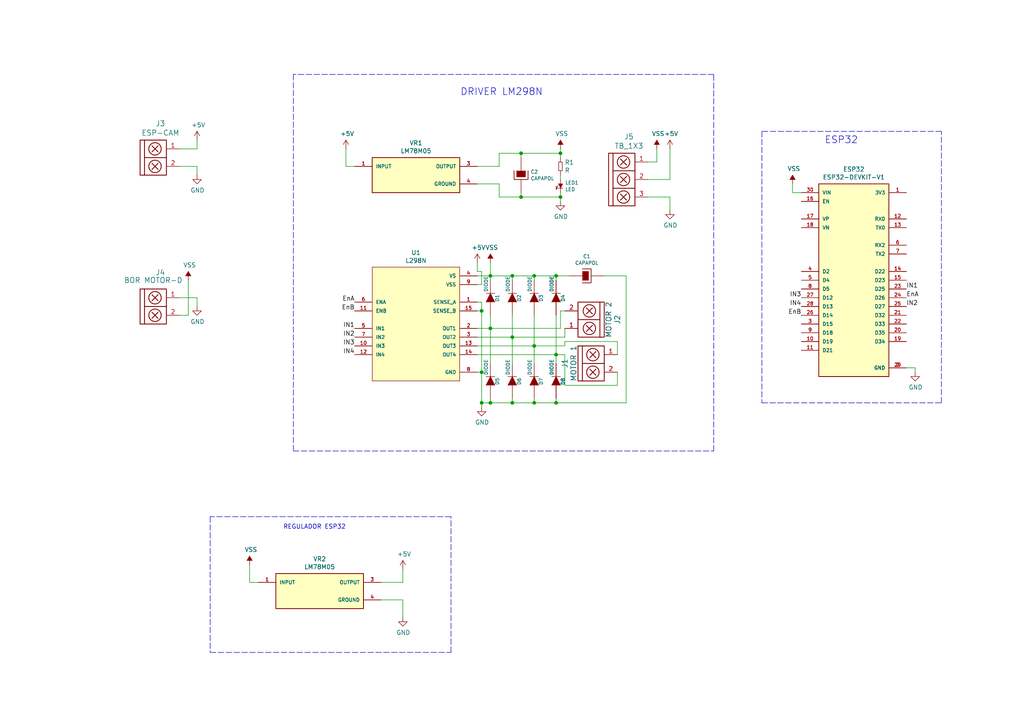
<source format=kicad_sch>
(kicad_sch (version 20211123) (generator eeschema)

  (uuid 746ba970-8279-4e7b-aed3-f28687777c21)

  (paper "A4")

  (lib_symbols
    (symbol "EESTN5:CAPAPOL" (pin_numbers hide) (pin_names (offset 0.254) hide) (in_bom yes) (on_board yes)
      (property "Reference" "C" (id 0) (at 1.27 2.54 0)
        (effects (font (size 1.016 1.016)) (justify left))
      )
      (property "Value" "CAPAPOL" (id 1) (at 1.27 -2.54 0)
        (effects (font (size 1.016 1.016)) (justify left))
      )
      (property "Footprint" "" (id 2) (at 2.54 -3.81 0)
        (effects (font (size 0.762 0.762)))
      )
      (property "Datasheet" "" (id 3) (at 0 0 0)
        (effects (font (size 7.62 7.62)))
      )
      (property "ki_fp_filters" "CP* CAP* CPOL*" (id 4) (at 0 0 0)
        (effects (font (size 1.27 1.27)) hide)
      )
      (symbol "CAPAPOL_0_1"
        (polyline
          (pts
            (xy -2.032 1.27)
            (xy -2.032 -1.27)
            (xy 2.032 -1.27)
            (xy 2.032 1.27)
          )
          (stroke (width 0.2032) (type default) (color 0 0 0 0))
          (fill (type none))
        )
        (polyline
          (pts
            (xy -1.27 1.27)
            (xy -1.27 -0.508)
            (xy 1.27 -0.508)
            (xy 1.27 1.27)
          )
          (stroke (width 0) (type default) (color 0 0 0 0))
          (fill (type outline))
        )
      )
      (symbol "CAPAPOL_1_1"
        (pin passive line (at 0 5.08 270) (length 3.81)
          (name "~" (effects (font (size 1.016 1.016))))
          (number "1" (effects (font (size 1.016 1.016))))
        )
        (pin passive line (at 0 -5.08 90) (length 3.81)
          (name "~" (effects (font (size 1.016 1.016))))
          (number "2" (effects (font (size 1.016 1.016))))
        )
      )
    )
    (symbol "EESTN5:DIODE" (pin_numbers hide) (pin_names (offset 1.016) hide) (in_bom yes) (on_board yes)
      (property "Reference" "D" (id 0) (at 0 2.54 0)
        (effects (font (size 1.016 1.016)))
      )
      (property "Value" "DIODE" (id 1) (at 0 -2.54 0)
        (effects (font (size 1.016 1.016)))
      )
      (property "Footprint" "" (id 2) (at 0 0 0)
        (effects (font (size 1.524 1.524)))
      )
      (property "Datasheet" "" (id 3) (at 0 0 0)
        (effects (font (size 1.524 1.524)))
      )
      (property "ki_fp_filters" "D* S*" (id 4) (at 0 0 0)
        (effects (font (size 1.27 1.27)) hide)
      )
      (symbol "DIODE_0_1"
        (polyline
          (pts
            (xy 1.27 1.27)
            (xy 1.27 -1.27)
          )
          (stroke (width 0.1524) (type default) (color 0 0 0 0))
          (fill (type none))
        )
        (polyline
          (pts
            (xy -1.27 1.27)
            (xy 1.27 0)
            (xy -1.27 -1.27)
          )
          (stroke (width 0) (type default) (color 0 0 0 0))
          (fill (type outline))
        )
      )
      (symbol "DIODE_1_1"
        (pin passive line (at -5.08 0 0) (length 3.81)
          (name "A" (effects (font (size 1.016 1.016))))
          (number "1" (effects (font (size 1.016 1.016))))
        )
        (pin passive line (at 5.08 0 180) (length 3.81)
          (name "K" (effects (font (size 1.016 1.016))))
          (number "2" (effects (font (size 1.016 1.016))))
        )
      )
    )
    (symbol "EESTN5:LED" (pin_numbers hide) (pin_names (offset 1.016) hide) (in_bom yes) (on_board yes)
      (property "Reference" "LED" (id 0) (at 0 2.54 0)
        (effects (font (size 1.016 1.016)))
      )
      (property "Value" "LED" (id 1) (at 0 -2.54 0)
        (effects (font (size 1.016 1.016)))
      )
      (property "Footprint" "" (id 2) (at 0 0 0)
        (effects (font (size 1.524 1.524)))
      )
      (property "Datasheet" "" (id 3) (at 0 0 0)
        (effects (font (size 1.524 1.524)))
      )
      (property "ki_fp_filters" "LED*" (id 4) (at 0 0 0)
        (effects (font (size 1.27 1.27)) hide)
      )
      (symbol "LED_0_1"
        (polyline
          (pts
            (xy 0.508 -0.762)
            (xy 1.016 -1.27)
            (xy 1.016 -1.27)
          )
          (stroke (width 0) (type default) (color 0 0 0 0))
          (fill (type none))
        )
        (polyline
          (pts
            (xy 1.016 -0.762)
            (xy 1.524 -1.27)
            (xy 1.524 -1.27)
          )
          (stroke (width 0) (type default) (color 0 0 0 0))
          (fill (type none))
        )
        (polyline
          (pts
            (xy 1.27 -0.635)
            (xy 1.27 0.635)
            (xy 1.27 0.635)
          )
          (stroke (width 0) (type default) (color 0 0 0 0))
          (fill (type none))
        )
        (polyline
          (pts
            (xy 1.27 0)
            (xy 0 0.635)
            (xy 0 -0.635)
            (xy 0 -0.635)
          )
          (stroke (width 0) (type default) (color 0 0 0 0))
          (fill (type outline))
        )
        (polyline
          (pts
            (xy 1.524 -1.27)
            (xy 1.27 -1.27)
            (xy 1.524 -1.016)
            (xy 1.524 -1.27)
            (xy 1.524 -1.27)
          )
          (stroke (width 0) (type default) (color 0 0 0 0))
          (fill (type outline))
        )
        (polyline
          (pts
            (xy 1.016 -1.27)
            (xy 0.762 -1.27)
            (xy 1.016 -1.016)
            (xy 1.016 -1.27)
            (xy 1.016 -1.27)
            (xy 1.016 -1.27)
          )
          (stroke (width 0) (type default) (color 0 0 0 0))
          (fill (type outline))
        )
      )
      (symbol "LED_1_1"
        (pin passive line (at -1.27 0 0) (length 1.27)
          (name "A" (effects (font (size 1.016 1.016))))
          (number "1" (effects (font (size 1.016 1.016))))
        )
        (pin passive line (at 2.54 0 180) (length 1.27)
          (name "K" (effects (font (size 1.016 1.016))))
          (number "2" (effects (font (size 1.016 1.016))))
        )
      )
    )
    (symbol "EESTN5:R" (pin_numbers hide) (pin_names (offset 0)) (in_bom yes) (on_board yes)
      (property "Reference" "R" (id 0) (at -1.27 0 90)
        (effects (font (size 1.27 1.27)))
      )
      (property "Value" "R" (id 1) (at 1.27 0 90)
        (effects (font (size 1.27 1.27)))
      )
      (property "Footprint" "" (id 2) (at 0 0 0)
        (effects (font (size 1.524 1.524)))
      )
      (property "Datasheet" "" (id 3) (at 0 0 0)
        (effects (font (size 1.524 1.524)))
      )
      (property "ki_description" "Resistor" (id 4) (at 0 0 0)
        (effects (font (size 1.27 1.27)) hide)
      )
      (property "ki_fp_filters" "RES* R_*" (id 5) (at 0 0 0)
        (effects (font (size 1.27 1.27)) hide)
      )
      (symbol "R_0_1"
        (rectangle (start 0.508 1.27) (end -0.508 -1.27)
          (stroke (width 0) (type default) (color 0 0 0 0))
          (fill (type none))
        )
      )
      (symbol "R_1_1"
        (pin passive line (at 0 2.54 270) (length 1.27)
          (name "~" (effects (font (size 1.524 1.524))))
          (number "1" (effects (font (size 1.524 1.524))))
        )
        (pin passive line (at 0 -2.54 90) (length 1.27)
          (name "~" (effects (font (size 1.524 1.524))))
          (number "2" (effects (font (size 1.524 1.524))))
        )
      )
    )
    (symbol "EESTN5:TB_1X2" (pin_names (offset 1.016)) (in_bom yes) (on_board yes)
      (property "Reference" "J" (id 0) (at 0 7.62 0)
        (effects (font (size 1.524 1.524)))
      )
      (property "Value" "TB_1X2" (id 1) (at 1.27 -7.62 0)
        (effects (font (size 1.524 1.524)))
      )
      (property "Footprint" "" (id 2) (at -1.27 1.27 0)
        (effects (font (size 1.524 1.524)))
      )
      (property "Datasheet" "" (id 3) (at -1.27 1.27 0)
        (effects (font (size 1.524 1.524)))
      )
      (property "ki_fp_filters" "BORNERA* TB*" (id 4) (at 0 0 0)
        (effects (font (size 1.27 1.27)) hide)
      )
      (symbol "TB_1X2_0_1"
        (rectangle (start -2.54 5.08) (end 5.08 -5.08)
          (stroke (width 0.254) (type default) (color 0 0 0 0))
          (fill (type none))
        )
        (polyline
          (pts
            (xy -1.27 0)
            (xy 5.08 0)
          )
          (stroke (width 0.254) (type default) (color 0 0 0 0))
          (fill (type none))
        )
        (polyline
          (pts
            (xy -1.27 5.08)
            (xy -1.27 -5.08)
          )
          (stroke (width 0.254) (type default) (color 0 0 0 0))
          (fill (type none))
        )
        (polyline
          (pts
            (xy 0.889 -3.429)
            (xy 2.667 -1.651)
          )
          (stroke (width 0.254) (type default) (color 0 0 0 0))
          (fill (type none))
        )
        (polyline
          (pts
            (xy 0.889 -1.651)
            (xy 2.667 -3.429)
          )
          (stroke (width 0.254) (type default) (color 0 0 0 0))
          (fill (type none))
        )
        (polyline
          (pts
            (xy 0.889 1.651)
            (xy 2.667 3.429)
          )
          (stroke (width 0.254) (type default) (color 0 0 0 0))
          (fill (type none))
        )
        (polyline
          (pts
            (xy 0.889 3.429)
            (xy 2.667 1.651)
          )
          (stroke (width 0.254) (type default) (color 0 0 0 0))
          (fill (type none))
        )
        (circle (center 1.778 -2.54) (radius 1.8034)
          (stroke (width 0.254) (type default) (color 0 0 0 0))
          (fill (type none))
        )
        (circle (center 1.778 2.54) (radius 1.8034)
          (stroke (width 0.254) (type default) (color 0 0 0 0))
          (fill (type none))
        )
      )
      (symbol "TB_1X2_1_1"
        (pin input line (at 8.89 2.54 180) (length 3.81)
          (name "~" (effects (font (size 1.27 1.27))))
          (number "1" (effects (font (size 1.27 1.27))))
        )
        (pin input line (at 8.89 -2.54 180) (length 3.81)
          (name "~" (effects (font (size 1.27 1.27))))
          (number "2" (effects (font (size 1.27 1.27))))
        )
      )
    )
    (symbol "EESTN5:TB_1X3" (pin_names (offset 1.016)) (in_bom yes) (on_board yes)
      (property "Reference" "J" (id 0) (at 0 7.62 0)
        (effects (font (size 1.524 1.524)))
      )
      (property "Value" "TB_1X3" (id 1) (at 1.27 -11.43 0)
        (effects (font (size 1.524 1.524)))
      )
      (property "Footprint" "" (id 2) (at -1.27 1.27 0)
        (effects (font (size 1.524 1.524)))
      )
      (property "Datasheet" "" (id 3) (at -1.27 1.27 0)
        (effects (font (size 1.524 1.524)))
      )
      (property "ki_fp_filters" "BORNERA* TB*" (id 4) (at 0 0 0)
        (effects (font (size 1.27 1.27)) hide)
      )
      (symbol "TB_1X3_0_1"
        (rectangle (start -2.54 5.08) (end 5.08 -10.16)
          (stroke (width 0.254) (type default) (color 0 0 0 0))
          (fill (type none))
        )
        (polyline
          (pts
            (xy -1.27 -5.08)
            (xy 5.08 -5.08)
          )
          (stroke (width 0.254) (type default) (color 0 0 0 0))
          (fill (type none))
        )
        (polyline
          (pts
            (xy -1.27 0)
            (xy 5.08 0)
          )
          (stroke (width 0.254) (type default) (color 0 0 0 0))
          (fill (type none))
        )
        (polyline
          (pts
            (xy -1.27 5.08)
            (xy -1.27 -10.16)
          )
          (stroke (width 0.254) (type default) (color 0 0 0 0))
          (fill (type none))
        )
        (polyline
          (pts
            (xy 0.889 -8.509)
            (xy 2.667 -6.731)
          )
          (stroke (width 0.254) (type default) (color 0 0 0 0))
          (fill (type none))
        )
        (polyline
          (pts
            (xy 0.889 -6.731)
            (xy 2.667 -8.509)
          )
          (stroke (width 0.254) (type default) (color 0 0 0 0))
          (fill (type none))
        )
        (polyline
          (pts
            (xy 0.889 -3.429)
            (xy 2.667 -1.651)
          )
          (stroke (width 0.254) (type default) (color 0 0 0 0))
          (fill (type none))
        )
        (polyline
          (pts
            (xy 0.889 -1.651)
            (xy 2.667 -3.429)
          )
          (stroke (width 0.254) (type default) (color 0 0 0 0))
          (fill (type none))
        )
        (polyline
          (pts
            (xy 0.889 1.651)
            (xy 2.667 3.429)
          )
          (stroke (width 0.254) (type default) (color 0 0 0 0))
          (fill (type none))
        )
        (polyline
          (pts
            (xy 0.889 3.429)
            (xy 2.667 1.651)
          )
          (stroke (width 0.254) (type default) (color 0 0 0 0))
          (fill (type none))
        )
        (circle (center 1.778 -7.62) (radius 1.8034)
          (stroke (width 0.254) (type default) (color 0 0 0 0))
          (fill (type none))
        )
        (circle (center 1.778 -2.54) (radius 1.8034)
          (stroke (width 0.254) (type default) (color 0 0 0 0))
          (fill (type none))
        )
        (circle (center 1.778 2.54) (radius 1.8034)
          (stroke (width 0.254) (type default) (color 0 0 0 0))
          (fill (type none))
        )
      )
      (symbol "TB_1X3_1_1"
        (pin input line (at 8.89 2.54 180) (length 3.81)
          (name "~" (effects (font (size 1.27 1.27))))
          (number "1" (effects (font (size 1.27 1.27))))
        )
        (pin input line (at 8.89 -2.54 180) (length 3.81)
          (name "~" (effects (font (size 1.27 1.27))))
          (number "2" (effects (font (size 1.27 1.27))))
        )
        (pin input line (at 8.89 -7.62 180) (length 3.81)
          (name "~" (effects (font (size 1.27 1.27))))
          (number "3" (effects (font (size 1.27 1.27))))
        )
      )
    )
    (symbol "ESP32-DEVKIT-V1:ESP32-DEVKIT-V1" (pin_names (offset 1.016)) (in_bom yes) (on_board yes)
      (property "Reference" "U" (id 0) (at -10.16 30.48 0)
        (effects (font (size 1.27 1.27)) (justify left bottom))
      )
      (property "Value" "ESP32-DEVKIT-V1_ESP32-DEVKIT-V1" (id 1) (at -10.16 -30.48 0)
        (effects (font (size 1.27 1.27)) (justify left bottom))
      )
      (property "Footprint" "MODULE_ESP32_DEVKIT_V1" (id 2) (at 0 0 0)
        (effects (font (size 1.27 1.27)) (justify left bottom) hide)
      )
      (property "Datasheet" "" (id 3) (at 0 0 0)
        (effects (font (size 1.27 1.27)) (justify left bottom) hide)
      )
      (property "MANUFACTURER" "DOIT" (id 4) (at 0 0 0)
        (effects (font (size 1.27 1.27)) (justify left bottom) hide)
      )
      (property "STANDARD" "Manufacturer Recommendations" (id 5) (at 0 0 0)
        (effects (font (size 1.27 1.27)) (justify left bottom) hide)
      )
      (property "MAXIMUM_PACKAGE_HEIGHT" "6.8 mm" (id 6) (at 0 0 0)
        (effects (font (size 1.27 1.27)) (justify left bottom) hide)
      )
      (property "PARTREV" "N/A" (id 7) (at 0 0 0)
        (effects (font (size 1.27 1.27)) (justify left bottom) hide)
      )
      (property "ki_locked" "" (id 8) (at 0 0 0)
        (effects (font (size 1.27 1.27)))
      )
      (symbol "ESP32-DEVKIT-V1_0_0"
        (rectangle (start -10.16 -27.94) (end 10.16 27.94)
          (stroke (width 0.254) (type default) (color 0 0 0 0))
          (fill (type background))
        )
        (pin output line (at 15.24 25.4 180) (length 5.08)
          (name "3V3" (effects (font (size 1.016 1.016))))
          (number "1" (effects (font (size 1.016 1.016))))
        )
        (pin bidirectional line (at -15.24 -17.78 0) (length 5.08)
          (name "D19" (effects (font (size 1.016 1.016))))
          (number "10" (effects (font (size 1.016 1.016))))
        )
        (pin bidirectional line (at -15.24 -20.32 0) (length 5.08)
          (name "D21" (effects (font (size 1.016 1.016))))
          (number "11" (effects (font (size 1.016 1.016))))
        )
        (pin input line (at 15.24 17.78 180) (length 5.08)
          (name "RX0" (effects (font (size 1.016 1.016))))
          (number "12" (effects (font (size 1.016 1.016))))
        )
        (pin output line (at 15.24 15.24 180) (length 5.08)
          (name "TX0" (effects (font (size 1.016 1.016))))
          (number "13" (effects (font (size 1.016 1.016))))
        )
        (pin bidirectional line (at 15.24 2.54 180) (length 5.08)
          (name "D22" (effects (font (size 1.016 1.016))))
          (number "14" (effects (font (size 1.016 1.016))))
        )
        (pin bidirectional line (at 15.24 0 180) (length 5.08)
          (name "D23" (effects (font (size 1.016 1.016))))
          (number "15" (effects (font (size 1.016 1.016))))
        )
        (pin input line (at -15.24 22.86 0) (length 5.08)
          (name "EN" (effects (font (size 1.016 1.016))))
          (number "16" (effects (font (size 1.016 1.016))))
        )
        (pin bidirectional line (at -15.24 17.78 0) (length 5.08)
          (name "VP" (effects (font (size 1.016 1.016))))
          (number "17" (effects (font (size 1.016 1.016))))
        )
        (pin bidirectional line (at -15.24 15.24 0) (length 5.08)
          (name "VN" (effects (font (size 1.016 1.016))))
          (number "18" (effects (font (size 1.016 1.016))))
        )
        (pin bidirectional line (at 15.24 -17.78 180) (length 5.08)
          (name "D34" (effects (font (size 1.016 1.016))))
          (number "19" (effects (font (size 1.016 1.016))))
        )
        (pin power_in line (at 15.24 -25.4 180) (length 5.08)
          (name "GND" (effects (font (size 1.016 1.016))))
          (number "2" (effects (font (size 1.016 1.016))))
        )
        (pin bidirectional line (at 15.24 -15.24 180) (length 5.08)
          (name "D35" (effects (font (size 1.016 1.016))))
          (number "20" (effects (font (size 1.016 1.016))))
        )
        (pin bidirectional line (at 15.24 -10.16 180) (length 5.08)
          (name "D32" (effects (font (size 1.016 1.016))))
          (number "21" (effects (font (size 1.016 1.016))))
        )
        (pin bidirectional line (at 15.24 -12.7 180) (length 5.08)
          (name "D33" (effects (font (size 1.016 1.016))))
          (number "22" (effects (font (size 1.016 1.016))))
        )
        (pin bidirectional line (at 15.24 -2.54 180) (length 5.08)
          (name "D25" (effects (font (size 1.016 1.016))))
          (number "23" (effects (font (size 1.016 1.016))))
        )
        (pin bidirectional line (at 15.24 -5.08 180) (length 5.08)
          (name "D26" (effects (font (size 1.016 1.016))))
          (number "24" (effects (font (size 1.016 1.016))))
        )
        (pin bidirectional line (at 15.24 -7.62 180) (length 5.08)
          (name "D27" (effects (font (size 1.016 1.016))))
          (number "25" (effects (font (size 1.016 1.016))))
        )
        (pin bidirectional line (at -15.24 -10.16 0) (length 5.08)
          (name "D14" (effects (font (size 1.016 1.016))))
          (number "26" (effects (font (size 1.016 1.016))))
        )
        (pin bidirectional line (at -15.24 -5.08 0) (length 5.08)
          (name "D12" (effects (font (size 1.016 1.016))))
          (number "27" (effects (font (size 1.016 1.016))))
        )
        (pin bidirectional line (at -15.24 -7.62 0) (length 5.08)
          (name "D13" (effects (font (size 1.016 1.016))))
          (number "28" (effects (font (size 1.016 1.016))))
        )
        (pin power_in line (at 15.24 -25.4 180) (length 5.08)
          (name "GND" (effects (font (size 1.016 1.016))))
          (number "29" (effects (font (size 1.016 1.016))))
        )
        (pin bidirectional line (at -15.24 -12.7 0) (length 5.08)
          (name "D15" (effects (font (size 1.016 1.016))))
          (number "3" (effects (font (size 1.016 1.016))))
        )
        (pin input line (at -15.24 25.4 0) (length 5.08)
          (name "VIN" (effects (font (size 1.016 1.016))))
          (number "30" (effects (font (size 1.016 1.016))))
        )
        (pin bidirectional line (at -15.24 2.54 0) (length 5.08)
          (name "D2" (effects (font (size 1.016 1.016))))
          (number "4" (effects (font (size 1.016 1.016))))
        )
        (pin bidirectional line (at -15.24 0 0) (length 5.08)
          (name "D4" (effects (font (size 1.016 1.016))))
          (number "5" (effects (font (size 1.016 1.016))))
        )
        (pin input line (at 15.24 10.16 180) (length 5.08)
          (name "RX2" (effects (font (size 1.016 1.016))))
          (number "6" (effects (font (size 1.016 1.016))))
        )
        (pin output line (at 15.24 7.62 180) (length 5.08)
          (name "TX2" (effects (font (size 1.016 1.016))))
          (number "7" (effects (font (size 1.016 1.016))))
        )
        (pin bidirectional line (at -15.24 -2.54 0) (length 5.08)
          (name "D5" (effects (font (size 1.016 1.016))))
          (number "8" (effects (font (size 1.016 1.016))))
        )
        (pin bidirectional line (at -15.24 -15.24 0) (length 5.08)
          (name "D18" (effects (font (size 1.016 1.016))))
          (number "9" (effects (font (size 1.016 1.016))))
        )
      )
    )
    (symbol "L298N:L298N" (pin_names (offset 1.016)) (in_bom yes) (on_board yes)
      (property "Reference" "U" (id 0) (at -12.7 20.32 0)
        (effects (font (size 1.27 1.27)) (justify left bottom))
      )
      (property "Value" "L298N_L298N" (id 1) (at -12.7 -20.32 0)
        (effects (font (size 1.27 1.27)) (justify left bottom))
      )
      (property "Footprint" "TO127P2020X500X2100-15" (id 2) (at 0 0 0)
        (effects (font (size 1.27 1.27)) (justify left bottom) hide)
      )
      (property "Datasheet" "" (id 3) (at 0 0 0)
        (effects (font (size 1.27 1.27)) (justify left bottom) hide)
      )
      (property "MAXIMUM_PACKAGE_HEIGHT" "5.0mm" (id 4) (at 0 0 0)
        (effects (font (size 1.27 1.27)) (justify left bottom) hide)
      )
      (property "STANDARD" "IPC-7351B" (id 5) (at 0 0 0)
        (effects (font (size 1.27 1.27)) (justify left bottom) hide)
      )
      (property "MANUFACTURER" "STMicroelectronics" (id 6) (at 0 0 0)
        (effects (font (size 1.27 1.27)) (justify left bottom) hide)
      )
      (property "ki_locked" "" (id 7) (at 0 0 0)
        (effects (font (size 1.27 1.27)))
      )
      (symbol "L298N_0_0"
        (rectangle (start -12.7 -15.24) (end 12.7 17.78)
          (stroke (width 0.1524) (type default) (color 0 0 0 0))
          (fill (type background))
        )
        (pin passive line (at 17.78 7.62 180) (length 5.08)
          (name "SENSE_A" (effects (font (size 1.016 1.016))))
          (number "1" (effects (font (size 1.016 1.016))))
        )
        (pin input line (at -17.78 -5.08 0) (length 5.08)
          (name "IN3" (effects (font (size 1.016 1.016))))
          (number "10" (effects (font (size 1.016 1.016))))
        )
        (pin input line (at -17.78 5.08 0) (length 5.08)
          (name "ENB" (effects (font (size 1.016 1.016))))
          (number "11" (effects (font (size 1.016 1.016))))
        )
        (pin input line (at -17.78 -7.62 0) (length 5.08)
          (name "IN4" (effects (font (size 1.016 1.016))))
          (number "12" (effects (font (size 1.016 1.016))))
        )
        (pin output line (at 17.78 -5.08 180) (length 5.08)
          (name "OUT3" (effects (font (size 1.016 1.016))))
          (number "13" (effects (font (size 1.016 1.016))))
        )
        (pin output line (at 17.78 -7.62 180) (length 5.08)
          (name "OUT4" (effects (font (size 1.016 1.016))))
          (number "14" (effects (font (size 1.016 1.016))))
        )
        (pin passive line (at 17.78 5.08 180) (length 5.08)
          (name "SENSE_B" (effects (font (size 1.016 1.016))))
          (number "15" (effects (font (size 1.016 1.016))))
        )
        (pin output line (at 17.78 0 180) (length 5.08)
          (name "OUT1" (effects (font (size 1.016 1.016))))
          (number "2" (effects (font (size 1.016 1.016))))
        )
        (pin output line (at 17.78 -2.54 180) (length 5.08)
          (name "OUT2" (effects (font (size 1.016 1.016))))
          (number "3" (effects (font (size 1.016 1.016))))
        )
        (pin power_in line (at 17.78 15.24 180) (length 5.08)
          (name "VS" (effects (font (size 1.016 1.016))))
          (number "4" (effects (font (size 1.016 1.016))))
        )
        (pin input line (at -17.78 0 0) (length 5.08)
          (name "IN1" (effects (font (size 1.016 1.016))))
          (number "5" (effects (font (size 1.016 1.016))))
        )
        (pin input line (at -17.78 7.62 0) (length 5.08)
          (name "ENA" (effects (font (size 1.016 1.016))))
          (number "6" (effects (font (size 1.016 1.016))))
        )
        (pin input line (at -17.78 -2.54 0) (length 5.08)
          (name "IN2" (effects (font (size 1.016 1.016))))
          (number "7" (effects (font (size 1.016 1.016))))
        )
        (pin power_in line (at 17.78 -12.7 180) (length 5.08)
          (name "GND" (effects (font (size 1.016 1.016))))
          (number "8" (effects (font (size 1.016 1.016))))
        )
        (pin input line (at 17.78 12.7 180) (length 5.08)
          (name "VSS" (effects (font (size 1.016 1.016))))
          (number "9" (effects (font (size 1.016 1.016))))
        )
      )
    )
    (symbol "LM78M05:LM78M05" (pin_names (offset 1.016)) (in_bom yes) (on_board yes)
      (property "Reference" "VR" (id 0) (at -12.7 7.62 0)
        (effects (font (size 1.27 1.27)) (justify left bottom))
      )
      (property "Value" "LM78M05_LM78M05" (id 1) (at -12.7 -10.16 0)
        (effects (font (size 1.27 1.27)) (justify left bottom))
      )
      (property "Footprint" "VREG_LM78M05" (id 2) (at 0 0 0)
        (effects (font (size 1.27 1.27)) (justify left bottom) hide)
      )
      (property "Datasheet" "" (id 3) (at 0 0 0)
        (effects (font (size 1.27 1.27)) (justify left bottom) hide)
      )
      (property "SNAPEDA_PN" "LM78M05" (id 4) (at 0 0 0)
        (effects (font (size 1.27 1.27)) (justify left bottom) hide)
      )
      (property "STANDARD" "Manufacturer Recommendations" (id 5) (at 0 0 0)
        (effects (font (size 1.27 1.27)) (justify left bottom) hide)
      )
      (property "MAXIMUM_PACKAGE_HEIGHT" "2.55 mm" (id 6) (at 0 0 0)
        (effects (font (size 1.27 1.27)) (justify left bottom) hide)
      )
      (property "MANUFACTURER" "Texas Instruments" (id 7) (at 0 0 0)
        (effects (font (size 1.27 1.27)) (justify left bottom) hide)
      )
      (property "PARTREV" "G" (id 8) (at 0 0 0)
        (effects (font (size 1.27 1.27)) (justify left bottom) hide)
      )
      (property "ki_locked" "" (id 9) (at 0 0 0)
        (effects (font (size 1.27 1.27)))
      )
      (symbol "LM78M05_0_0"
        (rectangle (start -12.7 -5.08) (end 12.7 5.08)
          (stroke (width 0.254) (type default) (color 0 0 0 0))
          (fill (type background))
        )
        (pin input line (at -17.78 2.54 0) (length 5.08)
          (name "INPUT" (effects (font (size 1.016 1.016))))
          (number "1" (effects (font (size 1.016 1.016))))
        )
        (pin output line (at 17.78 2.54 180) (length 5.08)
          (name "OUTPUT" (effects (font (size 1.016 1.016))))
          (number "3" (effects (font (size 1.016 1.016))))
        )
        (pin power_in line (at 17.78 -2.54 180) (length 5.08)
          (name "GROUND" (effects (font (size 1.016 1.016))))
          (number "4" (effects (font (size 1.016 1.016))))
        )
      )
    )
    (symbol "power:+5V" (power) (pin_names (offset 0)) (in_bom yes) (on_board yes)
      (property "Reference" "#PWR" (id 0) (at 0 -3.81 0)
        (effects (font (size 1.27 1.27)) hide)
      )
      (property "Value" "+5V" (id 1) (at 0 3.556 0)
        (effects (font (size 1.27 1.27)))
      )
      (property "Footprint" "" (id 2) (at 0 0 0)
        (effects (font (size 1.27 1.27)) hide)
      )
      (property "Datasheet" "" (id 3) (at 0 0 0)
        (effects (font (size 1.27 1.27)) hide)
      )
      (property "ki_keywords" "power-flag" (id 4) (at 0 0 0)
        (effects (font (size 1.27 1.27)) hide)
      )
      (property "ki_description" "Power symbol creates a global label with name \"+5V\"" (id 5) (at 0 0 0)
        (effects (font (size 1.27 1.27)) hide)
      )
      (symbol "+5V_0_1"
        (polyline
          (pts
            (xy -0.762 1.27)
            (xy 0 2.54)
          )
          (stroke (width 0) (type default) (color 0 0 0 0))
          (fill (type none))
        )
        (polyline
          (pts
            (xy 0 0)
            (xy 0 2.54)
          )
          (stroke (width 0) (type default) (color 0 0 0 0))
          (fill (type none))
        )
        (polyline
          (pts
            (xy 0 2.54)
            (xy 0.762 1.27)
          )
          (stroke (width 0) (type default) (color 0 0 0 0))
          (fill (type none))
        )
      )
      (symbol "+5V_1_1"
        (pin power_in line (at 0 0 90) (length 0) hide
          (name "+5V" (effects (font (size 1.27 1.27))))
          (number "1" (effects (font (size 1.27 1.27))))
        )
      )
    )
    (symbol "power:GND" (power) (pin_names (offset 0)) (in_bom yes) (on_board yes)
      (property "Reference" "#PWR" (id 0) (at 0 -6.35 0)
        (effects (font (size 1.27 1.27)) hide)
      )
      (property "Value" "GND" (id 1) (at 0 -3.81 0)
        (effects (font (size 1.27 1.27)))
      )
      (property "Footprint" "" (id 2) (at 0 0 0)
        (effects (font (size 1.27 1.27)) hide)
      )
      (property "Datasheet" "" (id 3) (at 0 0 0)
        (effects (font (size 1.27 1.27)) hide)
      )
      (property "ki_keywords" "power-flag" (id 4) (at 0 0 0)
        (effects (font (size 1.27 1.27)) hide)
      )
      (property "ki_description" "Power symbol creates a global label with name \"GND\" , ground" (id 5) (at 0 0 0)
        (effects (font (size 1.27 1.27)) hide)
      )
      (symbol "GND_0_1"
        (polyline
          (pts
            (xy 0 0)
            (xy 0 -1.27)
            (xy 1.27 -1.27)
            (xy 0 -2.54)
            (xy -1.27 -1.27)
            (xy 0 -1.27)
          )
          (stroke (width 0) (type default) (color 0 0 0 0))
          (fill (type none))
        )
      )
      (symbol "GND_1_1"
        (pin power_in line (at 0 0 270) (length 0) hide
          (name "GND" (effects (font (size 1.27 1.27))))
          (number "1" (effects (font (size 1.27 1.27))))
        )
      )
    )
    (symbol "power:VSS" (power) (pin_names (offset 0)) (in_bom yes) (on_board yes)
      (property "Reference" "#PWR" (id 0) (at 0 -3.81 0)
        (effects (font (size 1.27 1.27)) hide)
      )
      (property "Value" "VSS" (id 1) (at 0 3.81 0)
        (effects (font (size 1.27 1.27)))
      )
      (property "Footprint" "" (id 2) (at 0 0 0)
        (effects (font (size 1.27 1.27)) hide)
      )
      (property "Datasheet" "" (id 3) (at 0 0 0)
        (effects (font (size 1.27 1.27)) hide)
      )
      (property "ki_keywords" "power-flag" (id 4) (at 0 0 0)
        (effects (font (size 1.27 1.27)) hide)
      )
      (property "ki_description" "Power symbol creates a global label with name \"VSS\"" (id 5) (at 0 0 0)
        (effects (font (size 1.27 1.27)) hide)
      )
      (symbol "VSS_0_1"
        (polyline
          (pts
            (xy 0 0)
            (xy 0 2.54)
          )
          (stroke (width 0) (type default) (color 0 0 0 0))
          (fill (type none))
        )
        (polyline
          (pts
            (xy 0.762 1.27)
            (xy -0.762 1.27)
            (xy 0 2.54)
            (xy 0.762 1.27)
          )
          (stroke (width 0) (type default) (color 0 0 0 0))
          (fill (type outline))
        )
      )
      (symbol "VSS_1_1"
        (pin power_in line (at 0 0 90) (length 0) hide
          (name "VSS" (effects (font (size 1.27 1.27))))
          (number "1" (effects (font (size 1.27 1.27))))
        )
      )
    )
  )

  (junction (at 151.13 44.45) (diameter 0) (color 0 0 0 0)
    (uuid 14769dc5-8525-4984-8b15-a734ee247efa)
  )
  (junction (at 139.7 116.84) (diameter 0) (color 0 0 0 0)
    (uuid 1f3003e6-dce5-420f-906b-3f1e92b67249)
  )
  (junction (at 139.7 90.17) (diameter 0) (color 0 0 0 0)
    (uuid 240e07e1-770b-4b27-894f-29fd601c924d)
  )
  (junction (at 148.59 97.79) (diameter 0) (color 0 0 0 0)
    (uuid 40976bf0-19de-460f-ad64-224d4f51e16b)
  )
  (junction (at 142.24 80.01) (diameter 0) (color 0 0 0 0)
    (uuid 5528bcad-2950-4673-90eb-c37e6952c475)
  )
  (junction (at 162.56 57.15) (diameter 0) (color 0 0 0 0)
    (uuid 5ca4be1c-537e-4a4a-b344-d0c8ffde8546)
  )
  (junction (at 154.94 116.84) (diameter 0) (color 0 0 0 0)
    (uuid 68877d35-b796-44db-9124-b8e744e7412e)
  )
  (junction (at 148.59 116.84) (diameter 0) (color 0 0 0 0)
    (uuid 8412992d-8754-44de-9e08-115cec1a3eff)
  )
  (junction (at 162.56 44.45) (diameter 0) (color 0 0 0 0)
    (uuid 853ee787-6e2c-4f32-bc75-6c17337dd3d5)
  )
  (junction (at 161.29 116.84) (diameter 0) (color 0 0 0 0)
    (uuid 911bdcbe-493f-4e21-a506-7cbc636e2c17)
  )
  (junction (at 151.13 57.15) (diameter 0) (color 0 0 0 0)
    (uuid 9cb12cc8-7f1a-4a01-9256-c119f11a8a02)
  )
  (junction (at 142.24 116.84) (diameter 0) (color 0 0 0 0)
    (uuid a27eb049-c992-4f11-a026-1e6a8d9d0160)
  )
  (junction (at 148.59 80.01) (diameter 0) (color 0 0 0 0)
    (uuid c830e3bc-dc64-4f65-8f47-3b106bae2807)
  )
  (junction (at 154.94 100.33) (diameter 0) (color 0 0 0 0)
    (uuid c8c79177-94d4-43e2-a654-f0a5554fbb68)
  )
  (junction (at 139.7 107.95) (diameter 0) (color 0 0 0 0)
    (uuid cbd8faed-e1f8-4406-87c8-58b2c504a5d4)
  )
  (junction (at 161.29 102.87) (diameter 0) (color 0 0 0 0)
    (uuid d3c11c8f-a73d-4211-934b-a6da255728ad)
  )
  (junction (at 142.24 95.25) (diameter 0) (color 0 0 0 0)
    (uuid d5641ac9-9be7-46bf-90b3-6c83d852b5ba)
  )
  (junction (at 154.94 80.01) (diameter 0) (color 0 0 0 0)
    (uuid d7269d2a-b8c0-422d-8f25-f79ea31bf75e)
  )
  (junction (at 161.29 80.01) (diameter 0) (color 0 0 0 0)
    (uuid df68c26a-03b5-4466-aecf-ba34b7dce6b7)
  )

  (wire (pts (xy 139.7 90.17) (xy 139.7 107.95))
    (stroke (width 0) (type default) (color 0 0 0 0))
    (uuid 003c2200-0632-4808-a662-8ddd5d30c768)
  )
  (polyline (pts (xy 60.96 149.86) (xy 60.96 189.23))
    (stroke (width 0) (type default) (color 0 0 0 0))
    (uuid 009a4fb4-fcc0-4623-ae5d-c1bae3219583)
  )

  (wire (pts (xy 110.49 173.99) (xy 116.84 173.99))
    (stroke (width 0) (type default) (color 0 0 0 0))
    (uuid 0325ec43-0390-4ae2-b055-b1ec6ce17b1c)
  )
  (wire (pts (xy 181.61 116.84) (xy 161.29 116.84))
    (stroke (width 0) (type default) (color 0 0 0 0))
    (uuid 03caada9-9e22-4e2d-9035-b15433dfbb17)
  )
  (wire (pts (xy 110.49 168.91) (xy 116.84 168.91))
    (stroke (width 0) (type default) (color 0 0 0 0))
    (uuid 057af6bb-cf6f-4bfb-b0c0-2e92a2c09a47)
  )
  (wire (pts (xy 139.7 87.63) (xy 139.7 90.17))
    (stroke (width 0) (type default) (color 0 0 0 0))
    (uuid 08a7c925-7fae-4530-b0c9-120e185cb318)
  )
  (wire (pts (xy 262.89 106.68) (xy 265.43 106.68))
    (stroke (width 0) (type default) (color 0 0 0 0))
    (uuid 097edb1b-8998-4e70-b670-bba125982348)
  )
  (wire (pts (xy 163.83 102.87) (xy 163.83 111.76))
    (stroke (width 0) (type default) (color 0 0 0 0))
    (uuid 0f31f11f-c374-4640-b9a4-07bbdba8d354)
  )
  (wire (pts (xy 162.56 90.17) (xy 163.83 90.17))
    (stroke (width 0) (type default) (color 0 0 0 0))
    (uuid 0f54db53-a272-4955-88fb-d7ab00657bb0)
  )
  (wire (pts (xy 139.7 116.84) (xy 139.7 118.11))
    (stroke (width 0) (type default) (color 0 0 0 0))
    (uuid 0ff508fd-18da-4ab7-9844-3c8a28c2587e)
  )
  (wire (pts (xy 142.24 116.84) (xy 139.7 116.84))
    (stroke (width 0) (type default) (color 0 0 0 0))
    (uuid 13c0ff76-ed71-4cd9-abb0-92c376825d5d)
  )
  (wire (pts (xy 162.56 55.88) (xy 162.56 57.15))
    (stroke (width 0) (type default) (color 0 0 0 0))
    (uuid 182b2d54-931d-49d6-9f39-60a752623e36)
  )
  (wire (pts (xy 179.07 111.76) (xy 179.07 107.95))
    (stroke (width 0) (type default) (color 0 0 0 0))
    (uuid 18b7e157-ae67-48ad-bd7c-9fef6fe45b22)
  )
  (wire (pts (xy 138.43 53.34) (xy 144.78 53.34))
    (stroke (width 0) (type default) (color 0 0 0 0))
    (uuid 19c56563-5fe3-442a-885b-418dbc2421eb)
  )
  (wire (pts (xy 142.24 81.28) (xy 142.24 80.01))
    (stroke (width 0) (type default) (color 0 0 0 0))
    (uuid 1e8701fc-ad24-40ea-846a-e3db538d6077)
  )
  (wire (pts (xy 144.78 53.34) (xy 144.78 57.15))
    (stroke (width 0) (type default) (color 0 0 0 0))
    (uuid 21ae9c3a-7138-444e-be38-56a4842ab594)
  )
  (wire (pts (xy 154.94 91.44) (xy 154.94 100.33))
    (stroke (width 0) (type default) (color 0 0 0 0))
    (uuid 240c10af-51b5-420e-a6f4-a2c8f5db1db5)
  )
  (wire (pts (xy 148.59 80.01) (xy 154.94 80.01))
    (stroke (width 0) (type default) (color 0 0 0 0))
    (uuid 25d545dc-8f50-4573-922c-35ef5a2a3a19)
  )
  (wire (pts (xy 163.83 97.79) (xy 163.83 95.25))
    (stroke (width 0) (type default) (color 0 0 0 0))
    (uuid 25e5aa8e-2696-44a3-8d3c-c2c53f2923cf)
  )
  (wire (pts (xy 57.15 48.26) (xy 57.15 50.8))
    (stroke (width 0) (type default) (color 0 0 0 0))
    (uuid 29e058a7-50a3-43e5-81c3-bfee53da08be)
  )
  (wire (pts (xy 72.39 168.91) (xy 74.93 168.91))
    (stroke (width 0) (type default) (color 0 0 0 0))
    (uuid 2d697cf0-e02e-4ed1-a048-a704dab0ee43)
  )
  (wire (pts (xy 151.13 57.15) (xy 151.13 55.88))
    (stroke (width 0) (type default) (color 0 0 0 0))
    (uuid 2dc272bd-3aa2-45b5-889d-1d3c8aac80f8)
  )
  (polyline (pts (xy 130.81 189.23) (xy 130.81 149.86))
    (stroke (width 0) (type default) (color 0 0 0 0))
    (uuid 2dc54bac-8640-4dd7-b8ed-3c7acb01a8ea)
  )

  (wire (pts (xy 142.24 80.01) (xy 142.24 76.2))
    (stroke (width 0) (type default) (color 0 0 0 0))
    (uuid 31e08896-1992-4725-96d9-9d2728bca7a3)
  )
  (polyline (pts (xy 85.09 130.81) (xy 207.01 130.81))
    (stroke (width 0) (type default) (color 0 0 0 0))
    (uuid 34a74736-156e-4bf3-9200-cd137cfa59da)
  )

  (wire (pts (xy 142.24 115.57) (xy 142.24 116.84))
    (stroke (width 0) (type default) (color 0 0 0 0))
    (uuid 378af8b4-af3d-46e7-89ae-deff12ca9067)
  )
  (wire (pts (xy 52.07 48.26) (xy 57.15 48.26))
    (stroke (width 0) (type default) (color 0 0 0 0))
    (uuid 3fd54105-4b7e-4004-9801-76ec66108a22)
  )
  (wire (pts (xy 138.43 80.01) (xy 142.24 80.01))
    (stroke (width 0) (type default) (color 0 0 0 0))
    (uuid 40165eda-4ba6-4565-9bb4-b9df6dbb08da)
  )
  (wire (pts (xy 100.33 48.26) (xy 102.87 48.26))
    (stroke (width 0) (type default) (color 0 0 0 0))
    (uuid 477311b9-8f81-40c8-9c55-fd87e287247a)
  )
  (wire (pts (xy 161.29 81.28) (xy 161.29 80.01))
    (stroke (width 0) (type default) (color 0 0 0 0))
    (uuid 4780a290-d25c-4459-9579-eba3f7678762)
  )
  (wire (pts (xy 138.43 107.95) (xy 139.7 107.95))
    (stroke (width 0) (type default) (color 0 0 0 0))
    (uuid 4a4ec8d9-3d72-4952-83d4-808f65849a2b)
  )
  (wire (pts (xy 148.59 91.44) (xy 148.59 97.79))
    (stroke (width 0) (type default) (color 0 0 0 0))
    (uuid 503dbd88-3e6b-48cc-a2ea-a6e28b52a1f7)
  )
  (wire (pts (xy 162.56 57.15) (xy 151.13 57.15))
    (stroke (width 0) (type default) (color 0 0 0 0))
    (uuid 5114c7bf-b955-49f3-a0a8-4b954c81bde0)
  )
  (wire (pts (xy 162.56 57.15) (xy 162.56 58.42))
    (stroke (width 0) (type default) (color 0 0 0 0))
    (uuid 57c0c267-8bf9-4cc7-b734-d71a239ac313)
  )
  (wire (pts (xy 142.24 91.44) (xy 142.24 95.25))
    (stroke (width 0) (type default) (color 0 0 0 0))
    (uuid 592f25e6-a01b-47fd-8172-3da01117d00a)
  )
  (wire (pts (xy 194.31 57.15) (xy 194.31 60.96))
    (stroke (width 0) (type default) (color 0 0 0 0))
    (uuid 5b34a16c-5a14-4291-8242-ea6d6ac54372)
  )
  (wire (pts (xy 151.13 44.45) (xy 151.13 45.72))
    (stroke (width 0) (type default) (color 0 0 0 0))
    (uuid 5bcace5d-edd0-4e19-92d0-835e43cf8eb2)
  )
  (wire (pts (xy 163.83 111.76) (xy 179.07 111.76))
    (stroke (width 0) (type default) (color 0 0 0 0))
    (uuid 5fc9acb6-6dbb-4598-825b-4b9e7c4c67c4)
  )
  (wire (pts (xy 54.61 81.28) (xy 54.61 91.44))
    (stroke (width 0) (type default) (color 0 0 0 0))
    (uuid 609b9e1b-4e3b-42b7-ac76-a62ec4d0e7c7)
  )
  (polyline (pts (xy 273.05 38.1) (xy 220.98 38.1))
    (stroke (width 0) (type default) (color 0 0 0 0))
    (uuid 6284122b-79c3-4e04-925e-3d32cc3ec077)
  )

  (wire (pts (xy 161.29 102.87) (xy 161.29 105.41))
    (stroke (width 0) (type default) (color 0 0 0 0))
    (uuid 639c0e59-e95c-4114-bccd-2e7277505454)
  )
  (wire (pts (xy 138.43 102.87) (xy 161.29 102.87))
    (stroke (width 0) (type default) (color 0 0 0 0))
    (uuid 6441b183-b8f2-458f-a23d-60e2b1f66dd6)
  )
  (polyline (pts (xy 273.05 116.84) (xy 273.05 38.1))
    (stroke (width 0) (type default) (color 0 0 0 0))
    (uuid 67763d19-f622-4e1e-81e5-5b24da7c3f99)
  )

  (wire (pts (xy 190.5 46.99) (xy 190.5 43.18))
    (stroke (width 0) (type default) (color 0 0 0 0))
    (uuid 6781326c-6e0d-4753-8f28-0f5c687e01f9)
  )
  (wire (pts (xy 161.29 91.44) (xy 161.29 102.87))
    (stroke (width 0) (type default) (color 0 0 0 0))
    (uuid 6bf05d19-ba3e-4ba6-8a6f-4e0bc45ea3b2)
  )
  (wire (pts (xy 162.56 45.72) (xy 162.56 44.45))
    (stroke (width 0) (type default) (color 0 0 0 0))
    (uuid 6c2d26bc-6eca-436c-8025-79f817bf57d6)
  )
  (wire (pts (xy 161.29 116.84) (xy 154.94 116.84))
    (stroke (width 0) (type default) (color 0 0 0 0))
    (uuid 6d26d68f-1ca7-4ff3-b058-272f1c399047)
  )
  (wire (pts (xy 144.78 48.26) (xy 144.78 44.45))
    (stroke (width 0) (type default) (color 0 0 0 0))
    (uuid 6ec113ca-7d27-4b14-a180-1e5e2fd1c167)
  )
  (wire (pts (xy 57.15 86.36) (xy 57.15 88.9))
    (stroke (width 0) (type default) (color 0 0 0 0))
    (uuid 6fd4442e-30b3-428b-9306-61418a63d311)
  )
  (wire (pts (xy 229.87 55.88) (xy 232.41 55.88))
    (stroke (width 0) (type default) (color 0 0 0 0))
    (uuid 730b670c-9bcf-4dcd-9a8d-fcaa61fb0955)
  )
  (wire (pts (xy 57.15 43.18) (xy 57.15 40.64))
    (stroke (width 0) (type default) (color 0 0 0 0))
    (uuid 7a4ce4b3-518a-4819-b8b2-5127b3347c64)
  )
  (wire (pts (xy 52.07 91.44) (xy 54.61 91.44))
    (stroke (width 0) (type default) (color 0 0 0 0))
    (uuid 7afa54c4-2181-41d3-81f7-39efc497ecae)
  )
  (wire (pts (xy 162.56 44.45) (xy 162.56 43.18))
    (stroke (width 0) (type default) (color 0 0 0 0))
    (uuid 7cee474b-af8f-4832-b07a-c43c1ab0b464)
  )
  (wire (pts (xy 142.24 80.01) (xy 148.59 80.01))
    (stroke (width 0) (type default) (color 0 0 0 0))
    (uuid 7e023245-2c2b-4e2b-bfb9-5d35176e88f2)
  )
  (wire (pts (xy 138.43 87.63) (xy 139.7 87.63))
    (stroke (width 0) (type default) (color 0 0 0 0))
    (uuid 7edc9030-db7b-43ac-a1b3-b87eeacb4c2d)
  )
  (wire (pts (xy 138.43 95.25) (xy 142.24 95.25))
    (stroke (width 0) (type default) (color 0 0 0 0))
    (uuid 80094b70-85ab-4ff6-934b-60d5ee65023a)
  )
  (wire (pts (xy 194.31 43.18) (xy 194.31 52.07))
    (stroke (width 0) (type default) (color 0 0 0 0))
    (uuid 8087f566-a94d-4bbc-985b-e49ee7762296)
  )
  (wire (pts (xy 100.33 43.18) (xy 100.33 48.26))
    (stroke (width 0) (type default) (color 0 0 0 0))
    (uuid 84e5506c-143e-495f-9aa4-d3a71622f213)
  )
  (polyline (pts (xy 85.09 21.59) (xy 85.09 130.81))
    (stroke (width 0) (type default) (color 0 0 0 0))
    (uuid 87d7448e-e139-4209-ae0b-372f805267da)
  )

  (wire (pts (xy 229.87 53.34) (xy 229.87 55.88))
    (stroke (width 0) (type default) (color 0 0 0 0))
    (uuid 8a650ebf-3f78-4ca4-a26b-a5028693e36d)
  )
  (wire (pts (xy 139.7 82.55) (xy 139.7 78.74))
    (stroke (width 0) (type default) (color 0 0 0 0))
    (uuid 8bc2c25a-a1f1-4ce8-b96a-a4f8f4c35079)
  )
  (wire (pts (xy 142.24 95.25) (xy 142.24 105.41))
    (stroke (width 0) (type default) (color 0 0 0 0))
    (uuid 8c514922-ffe1-4e37-a260-e807409f2e0d)
  )
  (wire (pts (xy 139.7 107.95) (xy 139.7 116.84))
    (stroke (width 0) (type default) (color 0 0 0 0))
    (uuid 8ca3e20d-bcc7-4c5e-9deb-562dfed9fecb)
  )
  (wire (pts (xy 52.07 86.36) (xy 57.15 86.36))
    (stroke (width 0) (type default) (color 0 0 0 0))
    (uuid 8d0c1d66-35ef-4a53-a28f-436a11b54f42)
  )
  (wire (pts (xy 116.84 173.99) (xy 116.84 179.07))
    (stroke (width 0) (type default) (color 0 0 0 0))
    (uuid 91c1eb0a-67ae-4ef0-95ce-d060a03a7313)
  )
  (wire (pts (xy 162.56 95.25) (xy 162.56 90.17))
    (stroke (width 0) (type default) (color 0 0 0 0))
    (uuid 922058ca-d09a-45fd-8394-05f3e2c1e03a)
  )
  (wire (pts (xy 116.84 168.91) (xy 116.84 165.1))
    (stroke (width 0) (type default) (color 0 0 0 0))
    (uuid 935f462d-8b1e-4005-9f1e-17f537ab1756)
  )
  (wire (pts (xy 194.31 52.07) (xy 187.96 52.07))
    (stroke (width 0) (type default) (color 0 0 0 0))
    (uuid 98c78427-acd5-4f90-9ad6-9f61c4809aec)
  )
  (wire (pts (xy 265.43 106.68) (xy 265.43 107.95))
    (stroke (width 0) (type default) (color 0 0 0 0))
    (uuid 994b6220-4755-4d84-91b3-6122ac1c2c5e)
  )
  (wire (pts (xy 138.43 82.55) (xy 139.7 82.55))
    (stroke (width 0) (type default) (color 0 0 0 0))
    (uuid 9cbf35b8-f4d3-42a3-bb16-04ffd03fd8fd)
  )
  (wire (pts (xy 161.29 115.57) (xy 161.29 116.84))
    (stroke (width 0) (type default) (color 0 0 0 0))
    (uuid 9f8381e9-3077-4453-a480-a01ad9c1a940)
  )
  (polyline (pts (xy 220.98 116.84) (xy 273.05 116.84))
    (stroke (width 0) (type default) (color 0 0 0 0))
    (uuid a13ab237-8f8d-4e16-8c47-4440653b8534)
  )

  (wire (pts (xy 154.94 100.33) (xy 154.94 105.41))
    (stroke (width 0) (type default) (color 0 0 0 0))
    (uuid a15a7506-eae4-4933-84da-9ad754258706)
  )
  (wire (pts (xy 161.29 102.87) (xy 163.83 102.87))
    (stroke (width 0) (type default) (color 0 0 0 0))
    (uuid a24ddb4f-c217-42ca-b6cb-d12da84fb2b9)
  )
  (wire (pts (xy 179.07 99.06) (xy 179.07 102.87))
    (stroke (width 0) (type default) (color 0 0 0 0))
    (uuid a53767ed-bb28-4f90-abe0-e0ea734812a4)
  )
  (wire (pts (xy 181.61 80.01) (xy 181.61 116.84))
    (stroke (width 0) (type default) (color 0 0 0 0))
    (uuid a6ccc556-da88-4006-ae1a-cc35733efef3)
  )
  (wire (pts (xy 52.07 43.18) (xy 57.15 43.18))
    (stroke (width 0) (type default) (color 0 0 0 0))
    (uuid a9b3f6e4-7a6d-4ae8-ad28-3d8458e0ca1a)
  )
  (wire (pts (xy 154.94 80.01) (xy 161.29 80.01))
    (stroke (width 0) (type default) (color 0 0 0 0))
    (uuid aca4de92-9c41-4c2b-9afa-540d02dafa1c)
  )
  (wire (pts (xy 139.7 78.74) (xy 138.43 78.74))
    (stroke (width 0) (type default) (color 0 0 0 0))
    (uuid b1ddb058-f7b2-429c-9489-f4e2242ad7e5)
  )
  (wire (pts (xy 154.94 100.33) (xy 163.83 100.33))
    (stroke (width 0) (type default) (color 0 0 0 0))
    (uuid b7867831-ef82-4f33-a926-59e5c1c09b91)
  )
  (wire (pts (xy 175.26 80.01) (xy 181.61 80.01))
    (stroke (width 0) (type default) (color 0 0 0 0))
    (uuid b88717bd-086f-46cd-9d3f-0396009d0996)
  )
  (wire (pts (xy 154.94 116.84) (xy 148.59 116.84))
    (stroke (width 0) (type default) (color 0 0 0 0))
    (uuid b96fe6ac-3535-4455-ab88-ed77f5e46d6e)
  )
  (wire (pts (xy 161.29 80.01) (xy 165.1 80.01))
    (stroke (width 0) (type default) (color 0 0 0 0))
    (uuid babeabf2-f3b0-4ed5-8d9e-0215947e6cf3)
  )
  (wire (pts (xy 138.43 48.26) (xy 144.78 48.26))
    (stroke (width 0) (type default) (color 0 0 0 0))
    (uuid bd065eaf-e495-4837-bdb3-129934de1fc7)
  )
  (wire (pts (xy 138.43 100.33) (xy 154.94 100.33))
    (stroke (width 0) (type default) (color 0 0 0 0))
    (uuid bfc0aadc-38cf-466e-a642-68fdc3138c78)
  )
  (wire (pts (xy 72.39 163.83) (xy 72.39 168.91))
    (stroke (width 0) (type default) (color 0 0 0 0))
    (uuid c09938fd-06b9-4771-9f63-2311626243b3)
  )
  (wire (pts (xy 142.24 95.25) (xy 162.56 95.25))
    (stroke (width 0) (type default) (color 0 0 0 0))
    (uuid c25a772d-af9c-4ebc-96f6-0966738c13a8)
  )
  (wire (pts (xy 154.94 115.57) (xy 154.94 116.84))
    (stroke (width 0) (type default) (color 0 0 0 0))
    (uuid c332fa55-4168-4f55-88a5-f82c7c21040b)
  )
  (wire (pts (xy 148.59 81.28) (xy 148.59 80.01))
    (stroke (width 0) (type default) (color 0 0 0 0))
    (uuid c43663ee-9a0d-4f27-a292-89ba89964065)
  )
  (wire (pts (xy 187.96 57.15) (xy 194.31 57.15))
    (stroke (width 0) (type default) (color 0 0 0 0))
    (uuid c701ee8e-1214-4781-a973-17bef7b6e3eb)
  )
  (wire (pts (xy 144.78 57.15) (xy 151.13 57.15))
    (stroke (width 0) (type default) (color 0 0 0 0))
    (uuid c7e7067c-5f5e-48d8-ab59-df26f9b35863)
  )
  (wire (pts (xy 187.96 46.99) (xy 190.5 46.99))
    (stroke (width 0) (type default) (color 0 0 0 0))
    (uuid c8029a4c-945d-42ca-871a-dd73ff50a1a3)
  )
  (polyline (pts (xy 220.98 38.1) (xy 220.98 116.84))
    (stroke (width 0) (type default) (color 0 0 0 0))
    (uuid ca5a4651-0d1d-441b-b17d-01518ef3b656)
  )

  (wire (pts (xy 162.56 44.45) (xy 151.13 44.45))
    (stroke (width 0) (type default) (color 0 0 0 0))
    (uuid cb24efdd-07c6-4317-9277-131625b065ac)
  )
  (polyline (pts (xy 60.96 189.23) (xy 130.81 189.23))
    (stroke (width 0) (type default) (color 0 0 0 0))
    (uuid cf386a39-fc62-49dd-8ec5-e044f6bd67ce)
  )
  (polyline (pts (xy 207.01 130.81) (xy 207.01 21.59))
    (stroke (width 0) (type default) (color 0 0 0 0))
    (uuid d0d2eee9-31f6-44fa-8149-ebb4dc2dc0dc)
  )

  (wire (pts (xy 138.43 97.79) (xy 148.59 97.79))
    (stroke (width 0) (type default) (color 0 0 0 0))
    (uuid d4a1d3c4-b315-4bec-9220-d12a9eab51e0)
  )
  (wire (pts (xy 148.59 116.84) (xy 142.24 116.84))
    (stroke (width 0) (type default) (color 0 0 0 0))
    (uuid df32840e-2912-4088-b54c-9a85f64c0265)
  )
  (wire (pts (xy 148.59 97.79) (xy 148.59 105.41))
    (stroke (width 0) (type default) (color 0 0 0 0))
    (uuid e21aa84b-970e-47cf-b64f-3b55ee0e1b51)
  )
  (wire (pts (xy 144.78 44.45) (xy 151.13 44.45))
    (stroke (width 0) (type default) (color 0 0 0 0))
    (uuid e43dbe34-ed17-4e35-a5c7-2f1679b3c415)
  )
  (wire (pts (xy 163.83 100.33) (xy 163.83 99.06))
    (stroke (width 0) (type default) (color 0 0 0 0))
    (uuid e4aa537c-eb9d-4dbb-ac87-fae46af42391)
  )
  (wire (pts (xy 148.59 97.79) (xy 163.83 97.79))
    (stroke (width 0) (type default) (color 0 0 0 0))
    (uuid e54e5e19-1deb-49a9-8629-617db8e434c0)
  )
  (wire (pts (xy 154.94 81.28) (xy 154.94 80.01))
    (stroke (width 0) (type default) (color 0 0 0 0))
    (uuid e8c50f1b-c316-4110-9cce-5c24c65a1eaa)
  )
  (polyline (pts (xy 130.81 149.86) (xy 60.96 149.86))
    (stroke (width 0) (type default) (color 0 0 0 0))
    (uuid eae0ab9f-65b2-44d3-aba7-873c3227fba7)
  )
  (polyline (pts (xy 207.01 21.59) (xy 85.09 21.59))
    (stroke (width 0) (type default) (color 0 0 0 0))
    (uuid ee41cb8e-512d-41d2-81e1-3c50fff32aeb)
  )

  (wire (pts (xy 138.43 78.74) (xy 138.43 76.2))
    (stroke (width 0) (type default) (color 0 0 0 0))
    (uuid eee16674-2d21-45b6-ab5e-d669125df26c)
  )
  (wire (pts (xy 162.56 52.07) (xy 162.56 50.8))
    (stroke (width 0) (type default) (color 0 0 0 0))
    (uuid f202141e-c20d-4cac-b016-06a44f2ecce8)
  )
  (wire (pts (xy 138.43 90.17) (xy 139.7 90.17))
    (stroke (width 0) (type default) (color 0 0 0 0))
    (uuid f2c93195-af12-4d3e-acdf-bdd0ff675c24)
  )
  (wire (pts (xy 163.83 99.06) (xy 179.07 99.06))
    (stroke (width 0) (type default) (color 0 0 0 0))
    (uuid f9403623-c00c-4b71-bc5c-d763ff009386)
  )
  (wire (pts (xy 148.59 115.57) (xy 148.59 116.84))
    (stroke (width 0) (type default) (color 0 0 0 0))
    (uuid ffd175d1-912a-4224-be1e-a8198680f46b)
  )

  (text "ESP32" (at 248.92 41.91 180)
    (effects (font (size 2.0066 2.0066)) (justify right bottom))
    (uuid 099096e4-8c2a-4d84-a16f-06b4b6330e7a)
  )
  (text "REGULADOR ESP32" (at 100.33 153.67 180)
    (effects (font (size 1.27 1.27)) (justify right bottom))
    (uuid 70fb572d-d5ec-41e7-9482-63d4578b4f47)
  )
  (text "DRIVER LM298N" (at 157.48 27.94 180)
    (effects (font (size 2.0066 2.0066)) (justify right bottom))
    (uuid 814763c2-92e5-4a2c-941c-9bbd073f6e87)
  )

  (label "IN1" (at 262.89 83.82 0)
    (effects (font (size 1.27 1.27)) (justify left bottom))
    (uuid 0755aee5-bc01-4cb5-b830-583289df50a3)
  )
  (label "EnB" (at 102.87 90.17 180)
    (effects (font (size 1.27 1.27)) (justify right bottom))
    (uuid 16bd6381-8ac0-4bf2-9dce-ecc20c724b8d)
  )
  (label "IN2" (at 262.89 88.9 0)
    (effects (font (size 1.27 1.27)) (justify left bottom))
    (uuid 4a21e717-d46d-4d9e-8b98-af4ecb02d3ec)
  )
  (label "IN3" (at 232.41 86.36 180)
    (effects (font (size 1.27 1.27)) (justify right bottom))
    (uuid 4fb21471-41be-4be8-9687-66030f97befc)
  )
  (label "IN2" (at 102.87 97.79 180)
    (effects (font (size 1.27 1.27)) (justify right bottom))
    (uuid 60dcd1fe-7079-4cb8-b509-04558ccf5097)
  )
  (label "EnA" (at 102.87 87.63 180)
    (effects (font (size 1.27 1.27)) (justify right bottom))
    (uuid 70e15522-1572-4451-9c0d-6d36ac70d8c6)
  )
  (label "IN4" (at 232.41 88.9 180)
    (effects (font (size 1.27 1.27)) (justify right bottom))
    (uuid 7599133e-c681-4202-85d9-c20dac196c64)
  )
  (label "IN4" (at 102.87 102.87 180)
    (effects (font (size 1.27 1.27)) (justify right bottom))
    (uuid 85b7594c-358f-454b-b2ad-dd0b1d67ed76)
  )
  (label "IN3" (at 102.87 100.33 180)
    (effects (font (size 1.27 1.27)) (justify right bottom))
    (uuid c5eb1e4c-ce83-470e-8f32-e20ff1f886a3)
  )
  (label "EnA" (at 262.89 86.36 0)
    (effects (font (size 1.27 1.27)) (justify left bottom))
    (uuid d3d7e298-1d39-4294-a3ab-c84cc0dc5e5a)
  )
  (label "EnB" (at 232.41 91.44 180)
    (effects (font (size 1.27 1.27)) (justify right bottom))
    (uuid dde51ae5-b215-445e-92bb-4a12ec410531)
  )
  (label "IN1" (at 102.87 95.25 180)
    (effects (font (size 1.27 1.27)) (justify right bottom))
    (uuid ec31c074-17b2-48e1-ab01-071acad3fa04)
  )

  (symbol (lib_id "ESP32-DEVKIT-V1:ESP32-DEVKIT-V1") (at 247.65 81.28 0) (unit 1)
    (in_bom yes) (on_board yes)
    (uuid 00000000-0000-0000-0000-000063682cd0)
    (property "Reference" "ESP32" (id 0) (at 247.65 49.0982 0))
    (property "Value" "ESP32-DEVKIT-V1" (id 1) (at 247.65 51.4096 0))
    (property "Footprint" "ESP32V1:MODULE_ESP32_DEVKIT_V1" (id 2) (at 247.65 81.28 0)
      (effects (font (size 1.27 1.27)) (justify left bottom) hide)
    )
    (property "Datasheet" "" (id 3) (at 247.65 81.28 0)
      (effects (font (size 1.27 1.27)) (justify left bottom) hide)
    )
    (property "MANUFACTURER" "DOIT" (id 4) (at 247.65 81.28 0)
      (effects (font (size 1.27 1.27)) (justify left bottom) hide)
    )
    (property "STANDARD" "Manufacturer Recommendations" (id 5) (at 247.65 81.28 0)
      (effects (font (size 1.27 1.27)) (justify left bottom) hide)
    )
    (property "MAXIMUM_PACKAGE_HEIGHT" "6.8 mm" (id 6) (at 247.65 81.28 0)
      (effects (font (size 1.27 1.27)) (justify left bottom) hide)
    )
    (property "PARTREV" "N/A" (id 7) (at 247.65 81.28 0)
      (effects (font (size 1.27 1.27)) (justify left bottom) hide)
    )
    (pin "1" (uuid 1feb75da-52bc-4f54-bc22-6a4b1520ccea))
    (pin "10" (uuid 7bd6a5a6-975a-47f2-9ae0-724cced216ae))
    (pin "11" (uuid 4362d6f1-39b0-4140-a0c9-e1c7e29f1387))
    (pin "12" (uuid 1c6434d3-2eb4-45c4-919b-76bc5df93b2a))
    (pin "13" (uuid 14202ecb-5941-455d-a867-b86716db90d7))
    (pin "14" (uuid 02c86f21-caef-4fbc-95b0-d828a7114318))
    (pin "15" (uuid 21930fd1-46a2-4b3e-9765-d207f0464a07))
    (pin "16" (uuid 3406438b-af44-4c6b-93b5-d0d24ae94a91))
    (pin "17" (uuid dd25caf2-c470-499e-9b28-d47564283b2f))
    (pin "18" (uuid bdc5ca11-10e5-4600-9ef9-bb85404d6bea))
    (pin "19" (uuid 39b32332-d6eb-4066-9c5a-784c77cb509f))
    (pin "2" (uuid 1b77c8f9-b0fa-45ba-a726-522a68924cf1))
    (pin "20" (uuid 9c6800c7-760c-4f03-9c91-64575523dd35))
    (pin "21" (uuid f7cd5e79-c8f9-4e9b-991c-a91934b795d2))
    (pin "22" (uuid 4711680f-0033-4792-90b3-99dc2aa8a7cf))
    (pin "23" (uuid 4da42412-11c8-43c1-a7e4-fee17c98b4ba))
    (pin "24" (uuid 94b2d264-2d2c-4376-b127-a770616fcdbf))
    (pin "25" (uuid 3493c959-87a4-4c52-b026-4808a6774531))
    (pin "26" (uuid b3b1beb9-ce17-4882-bb4d-7e5a00c65d48))
    (pin "27" (uuid 14891ca4-c283-4a64-98dc-86c5d6e033a0))
    (pin "28" (uuid 362755ad-ea41-482e-bb23-627c6eb15a40))
    (pin "29" (uuid c4b1e7cf-3aa3-45c5-8585-741388413869))
    (pin "3" (uuid 6dd24007-4e31-4437-a050-fa6e699c9468))
    (pin "30" (uuid 2efaba24-aee5-4bea-ae84-dbce9fb4b72e))
    (pin "4" (uuid edff7200-18c6-4e0c-99f9-a118fc24b63a))
    (pin "5" (uuid e0e4f26b-9768-45ce-836e-303c9ffcd23d))
    (pin "6" (uuid 4227d0f4-4162-4ece-9ec9-195feb76c6dd))
    (pin "7" (uuid 1d27c77d-c33f-442a-bd7b-7b44d10eb43c))
    (pin "8" (uuid a61b8793-ec96-4e3b-97b0-2185f1c8bd47))
    (pin "9" (uuid 022a97fa-643b-4302-b44c-26a956146db7))
  )

  (symbol (lib_id "EESTN5:TB_1X3") (at 179.07 49.53 0) (unit 1)
    (in_bom yes) (on_board yes)
    (uuid 00000000-0000-0000-0000-000063686c30)
    (property "Reference" "J5" (id 0) (at 182.4228 39.6494 0)
      (effects (font (size 1.524 1.524)))
    )
    (property "Value" "TB_1X3" (id 1) (at 182.4228 42.3418 0)
      (effects (font (size 1.524 1.524)))
    )
    (property "Footprint" "EESTN5:BORNERA3" (id 2) (at 177.8 48.26 0)
      (effects (font (size 1.524 1.524)) hide)
    )
    (property "Datasheet" "" (id 3) (at 177.8 48.26 0)
      (effects (font (size 1.524 1.524)))
    )
    (pin "1" (uuid 3154fe1e-b45f-4d3b-8bab-828e398110b6))
    (pin "2" (uuid ca48b8c9-42a1-436b-92cc-1c6a5ab062ae))
    (pin "3" (uuid db076b15-ed3c-497e-91a0-4c967b3f7f23))
  )

  (symbol (lib_id "EESTN5:TB_1X2") (at 43.18 45.72 0) (unit 1)
    (in_bom yes) (on_board yes)
    (uuid 00000000-0000-0000-0000-000063687476)
    (property "Reference" "J3" (id 0) (at 46.5328 35.8394 0)
      (effects (font (size 1.524 1.524)))
    )
    (property "Value" "ESP-CAM" (id 1) (at 46.5328 38.5318 0)
      (effects (font (size 1.524 1.524)))
    )
    (property "Footprint" "EESTN5:BORNERA2_AZUL" (id 2) (at 41.91 44.45 0)
      (effects (font (size 1.524 1.524)) hide)
    )
    (property "Datasheet" "" (id 3) (at 41.91 44.45 0)
      (effects (font (size 1.524 1.524)))
    )
    (pin "1" (uuid fffbe5d9-ab4f-4620-8b07-dfed6958ef21))
    (pin "2" (uuid f7d43406-366f-4e28-b077-a5ba452fce9a))
  )

  (symbol (lib_id "EESTN5:TB_1X2") (at 43.18 88.9 0) (unit 1)
    (in_bom yes) (on_board yes)
    (uuid 00000000-0000-0000-0000-000063688155)
    (property "Reference" "J4" (id 0) (at 46.5328 79.0194 0)
      (effects (font (size 1.524 1.524)))
    )
    (property "Value" "BOR MOTOR-D" (id 1) (at 44.45 81.28 0)
      (effects (font (size 1.524 1.524)))
    )
    (property "Footprint" "EESTN5:BORNERA2_AZUL" (id 2) (at 41.91 87.63 0)
      (effects (font (size 1.524 1.524)) hide)
    )
    (property "Datasheet" "" (id 3) (at 41.91 87.63 0)
      (effects (font (size 1.524 1.524)))
    )
    (pin "1" (uuid c970f863-2eeb-4363-945c-2275a112fd4c))
    (pin "2" (uuid 951ff854-9b87-48ab-8827-7adbe6fee82c))
  )

  (symbol (lib_id "L298N:L298N") (at 120.65 95.25 0) (unit 1)
    (in_bom yes) (on_board yes)
    (uuid 00000000-0000-0000-0000-0000636889a0)
    (property "Reference" "U1" (id 0) (at 120.65 73.279 0))
    (property "Value" "L298N" (id 1) (at 120.65 75.5904 0))
    (property "Footprint" "L298N:TO127P2020X500X2100-15" (id 2) (at 120.65 95.25 0)
      (effects (font (size 1.27 1.27)) (justify left bottom) hide)
    )
    (property "Datasheet" "" (id 3) (at 120.65 95.25 0)
      (effects (font (size 1.27 1.27)) (justify left bottom) hide)
    )
    (property "MAXIMUM_PACKAGE_HEIGHT" "5.0mm" (id 4) (at 120.65 95.25 0)
      (effects (font (size 1.27 1.27)) (justify left bottom) hide)
    )
    (property "PARTREV" "" (id 5) (at 120.65 95.25 0)
      (effects (font (size 1.27 1.27)) (justify left bottom) hide)
    )
    (property "STANDARD" "IPC-7351B" (id 6) (at 120.65 95.25 0)
      (effects (font (size 1.27 1.27)) (justify left bottom) hide)
    )
    (property "MANUFACTURER" "STMicroelectronics" (id 7) (at 120.65 95.25 0)
      (effects (font (size 1.27 1.27)) (justify left bottom) hide)
    )
    (pin "1" (uuid b36ced1f-5291-481a-8fe7-e37301bca3e6))
    (pin "10" (uuid 2ac31afe-6dde-403d-bbdc-3366c8b144f8))
    (pin "11" (uuid 3972d90f-ee24-4cf5-8d82-ff4abccf2f2b))
    (pin "12" (uuid abaf618d-6655-4799-acfb-78bd7f6588da))
    (pin "13" (uuid 1cf58251-c1b2-4126-887d-6d7eeec86d3e))
    (pin "14" (uuid 906df0a0-5839-47c0-b332-cec00bfc8d50))
    (pin "15" (uuid 9399a2b1-4c2e-41f3-8f9a-0a23f3b4fe50))
    (pin "2" (uuid 36ab2ee8-a550-4312-900e-fe60a1ab52df))
    (pin "3" (uuid 33529587-bbb4-4ca0-bcdf-15fd64295461))
    (pin "4" (uuid af344df5-f8f1-4300-8c40-51d1681a9cb2))
    (pin "5" (uuid c469846c-a104-4bfc-aae8-66d18a7e7de0))
    (pin "6" (uuid 907bca71-7218-4f03-b4bd-586121fcf8e0))
    (pin "7" (uuid 345d0db5-afa8-4790-839b-293d8c7171b3))
    (pin "8" (uuid 46f1fe2c-bc01-4b14-852f-f73c7cee1411))
    (pin "9" (uuid de759948-161e-4bbe-93f4-670a576de500))
  )

  (symbol (lib_id "LM78M05:LM78M05") (at 120.65 50.8 0) (unit 1)
    (in_bom yes) (on_board yes)
    (uuid 00000000-0000-0000-0000-000063689ad2)
    (property "Reference" "VR1" (id 0) (at 120.65 41.4782 0))
    (property "Value" "LM78M05" (id 1) (at 120.65 43.7896 0))
    (property "Footprint" "LM78M05(1):VREG_LM78M05" (id 2) (at 120.65 50.8 0)
      (effects (font (size 1.27 1.27)) (justify left bottom) hide)
    )
    (property "Datasheet" "" (id 3) (at 120.65 50.8 0)
      (effects (font (size 1.27 1.27)) (justify left bottom) hide)
    )
    (property "SNAPEDA_PN" "LM78M05" (id 4) (at 120.65 50.8 0)
      (effects (font (size 1.27 1.27)) (justify left bottom) hide)
    )
    (property "STANDARD" "Manufacturer Recommendations" (id 5) (at 120.65 50.8 0)
      (effects (font (size 1.27 1.27)) (justify left bottom) hide)
    )
    (property "MAXIMUM_PACKAGE_HEIGHT" "2.55 mm" (id 6) (at 120.65 50.8 0)
      (effects (font (size 1.27 1.27)) (justify left bottom) hide)
    )
    (property "MANUFACTURER" "Texas Instruments" (id 7) (at 120.65 50.8 0)
      (effects (font (size 1.27 1.27)) (justify left bottom) hide)
    )
    (property "PARTREV" "G" (id 8) (at 120.65 50.8 0)
      (effects (font (size 1.27 1.27)) (justify left bottom) hide)
    )
    (pin "1" (uuid 609c03aa-db26-47fb-b858-1a8c9396360a))
    (pin "3" (uuid e4f43349-3f67-4924-9783-e918db4d09eb))
    (pin "4" (uuid fbbacad4-e3d6-4bc2-a42d-a5503b96ba41))
  )

  (symbol (lib_id "EESTN5:TB_1X2") (at 170.18 105.41 0) (unit 1)
    (in_bom yes) (on_board yes)
    (uuid 00000000-0000-0000-0000-00006368acaa)
    (property "Reference" "J1" (id 0) (at 163.83 105.41 90)
      (effects (font (size 1.524 1.524)))
    )
    (property "Value" "MOTOR 1" (id 1) (at 166.37 105.41 90)
      (effects (font (size 1.524 1.524)))
    )
    (property "Footprint" "EESTN5:BORNERA2_AZUL" (id 2) (at 168.91 104.14 0)
      (effects (font (size 1.524 1.524)) hide)
    )
    (property "Datasheet" "" (id 3) (at 168.91 104.14 0)
      (effects (font (size 1.524 1.524)))
    )
    (pin "1" (uuid a5b2a88f-fa1e-47a1-b1fe-06f37e21ca1b))
    (pin "2" (uuid 9a6294f5-83f2-423d-91c2-6cfd1df081e7))
  )

  (symbol (lib_id "EESTN5:TB_1X2") (at 172.72 92.71 180) (unit 1)
    (in_bom yes) (on_board yes)
    (uuid 00000000-0000-0000-0000-00006368acb0)
    (property "Reference" "J2" (id 0) (at 179.07 92.71 90)
      (effects (font (size 1.524 1.524)))
    )
    (property "Value" "MOTOR 2" (id 1) (at 176.53 92.71 90)
      (effects (font (size 1.524 1.524)))
    )
    (property "Footprint" "EESTN5:BORNERA2_AZUL" (id 2) (at 173.99 93.98 0)
      (effects (font (size 1.524 1.524)) hide)
    )
    (property "Datasheet" "" (id 3) (at 173.99 93.98 0)
      (effects (font (size 1.524 1.524)))
    )
    (pin "1" (uuid e0a50294-8c6e-4d53-aeda-b230ef3f0916))
    (pin "2" (uuid 70396b64-ba42-4955-ac7d-aeff65748330))
  )

  (symbol (lib_id "EESTN5:DIODE") (at 142.24 110.49 90) (unit 1)
    (in_bom yes) (on_board yes)
    (uuid 00000000-0000-0000-0000-00006368b41c)
    (property "Reference" "D5" (id 0) (at 144.2212 109.5248 0)
      (effects (font (size 1.016 1.016)) (justify right))
    )
    (property "Value" "DIODE" (id 1) (at 140.97 104.14 0)
      (effects (font (size 1.016 1.016)) (justify right))
    )
    (property "Footprint" "EESTN5:DO-41" (id 2) (at 142.24 110.49 0)
      (effects (font (size 1.524 1.524)) hide)
    )
    (property "Datasheet" "" (id 3) (at 142.24 110.49 0)
      (effects (font (size 1.524 1.524)))
    )
    (pin "1" (uuid 9aba9eaa-06af-4d38-b822-b427891cc96f))
    (pin "2" (uuid 3b74bf39-a850-41ab-80d6-abe0d70218a3))
  )

  (symbol (lib_id "EESTN5:DIODE") (at 148.59 110.49 90) (unit 1)
    (in_bom yes) (on_board yes)
    (uuid 00000000-0000-0000-0000-00006368bb59)
    (property "Reference" "D6" (id 0) (at 150.5712 109.5248 0)
      (effects (font (size 1.016 1.016)) (justify right))
    )
    (property "Value" "DIODE" (id 1) (at 147.32 104.14 0)
      (effects (font (size 1.016 1.016)) (justify right))
    )
    (property "Footprint" "EESTN5:DO-41" (id 2) (at 148.59 110.49 0)
      (effects (font (size 1.524 1.524)) hide)
    )
    (property "Datasheet" "" (id 3) (at 148.59 110.49 0)
      (effects (font (size 1.524 1.524)))
    )
    (pin "1" (uuid d384d600-b3e0-4fe0-b0f2-7b0b50bd1c21))
    (pin "2" (uuid 3c706a30-a30f-400b-bdc7-8a33c80e630b))
  )

  (symbol (lib_id "EESTN5:DIODE") (at 154.94 110.49 90) (unit 1)
    (in_bom yes) (on_board yes)
    (uuid 00000000-0000-0000-0000-00006368c1a3)
    (property "Reference" "D7" (id 0) (at 156.9212 109.5248 0)
      (effects (font (size 1.016 1.016)) (justify right))
    )
    (property "Value" "DIODE" (id 1) (at 153.67 104.14 0)
      (effects (font (size 1.016 1.016)) (justify right))
    )
    (property "Footprint" "EESTN5:DO-41" (id 2) (at 154.94 110.49 0)
      (effects (font (size 1.524 1.524)) hide)
    )
    (property "Datasheet" "" (id 3) (at 154.94 110.49 0)
      (effects (font (size 1.524 1.524)))
    )
    (pin "1" (uuid 917cd117-92bc-45a7-bf89-1770f5fb3f75))
    (pin "2" (uuid e65cdd4f-d044-4664-ac08-106160a06115))
  )

  (symbol (lib_id "EESTN5:DIODE") (at 161.29 110.49 90) (unit 1)
    (in_bom yes) (on_board yes)
    (uuid 00000000-0000-0000-0000-00006368c1a9)
    (property "Reference" "D8" (id 0) (at 163.2712 109.5248 0)
      (effects (font (size 1.016 1.016)) (justify right))
    )
    (property "Value" "DIODE" (id 1) (at 160.02 104.14 0)
      (effects (font (size 1.016 1.016)) (justify right))
    )
    (property "Footprint" "EESTN5:DO-41" (id 2) (at 161.29 110.49 0)
      (effects (font (size 1.524 1.524)) hide)
    )
    (property "Datasheet" "" (id 3) (at 161.29 110.49 0)
      (effects (font (size 1.524 1.524)))
    )
    (pin "1" (uuid c49cdd63-d196-49a7-b408-7af3848e936c))
    (pin "2" (uuid 1e3fd3d5-91a2-4915-bf3d-e5e3d46d180b))
  )

  (symbol (lib_id "EESTN5:DIODE") (at 142.24 86.36 90) (unit 1)
    (in_bom yes) (on_board yes)
    (uuid 00000000-0000-0000-0000-00006368cb05)
    (property "Reference" "D1" (id 0) (at 144.2212 85.3948 0)
      (effects (font (size 1.016 1.016)) (justify right))
    )
    (property "Value" "DIODE" (id 1) (at 140.97 80.01 0)
      (effects (font (size 1.016 1.016)) (justify right))
    )
    (property "Footprint" "EESTN5:DO-41" (id 2) (at 142.24 86.36 0)
      (effects (font (size 1.524 1.524)) hide)
    )
    (property "Datasheet" "" (id 3) (at 142.24 86.36 0)
      (effects (font (size 1.524 1.524)))
    )
    (pin "1" (uuid b6d945bb-e2eb-4605-8009-e2c500075502))
    (pin "2" (uuid 439a0826-2a4b-4f2a-9a85-b9cbf2766a09))
  )

  (symbol (lib_id "EESTN5:DIODE") (at 148.59 86.36 90) (unit 1)
    (in_bom yes) (on_board yes)
    (uuid 00000000-0000-0000-0000-00006368cb0b)
    (property "Reference" "D2" (id 0) (at 150.5712 85.3948 0)
      (effects (font (size 1.016 1.016)) (justify right))
    )
    (property "Value" "DIODE" (id 1) (at 147.32 80.01 0)
      (effects (font (size 1.016 1.016)) (justify right))
    )
    (property "Footprint" "EESTN5:DO-41" (id 2) (at 148.59 86.36 0)
      (effects (font (size 1.524 1.524)) hide)
    )
    (property "Datasheet" "" (id 3) (at 148.59 86.36 0)
      (effects (font (size 1.524 1.524)))
    )
    (pin "1" (uuid 0b832a58-f83d-46d7-8219-03220e6bbced))
    (pin "2" (uuid cf03ad8f-66ef-45f9-8345-2635d0d3edd5))
  )

  (symbol (lib_id "EESTN5:DIODE") (at 154.94 86.36 90) (unit 1)
    (in_bom yes) (on_board yes)
    (uuid 00000000-0000-0000-0000-00006368cb11)
    (property "Reference" "D3" (id 0) (at 156.9212 85.3948 0)
      (effects (font (size 1.016 1.016)) (justify right))
    )
    (property "Value" "DIODE" (id 1) (at 153.67 80.01 0)
      (effects (font (size 1.016 1.016)) (justify right))
    )
    (property "Footprint" "EESTN5:DO-41" (id 2) (at 154.94 86.36 0)
      (effects (font (size 1.524 1.524)) hide)
    )
    (property "Datasheet" "" (id 3) (at 154.94 86.36 0)
      (effects (font (size 1.524 1.524)))
    )
    (pin "1" (uuid 2923af67-92f1-438c-9cec-9c0efa70f5c2))
    (pin "2" (uuid efc35da1-a63a-4255-80cb-ee36b2acd693))
  )

  (symbol (lib_id "EESTN5:DIODE") (at 161.29 86.36 90) (unit 1)
    (in_bom yes) (on_board yes)
    (uuid 00000000-0000-0000-0000-00006368cb17)
    (property "Reference" "D4" (id 0) (at 163.2712 85.3948 0)
      (effects (font (size 1.016 1.016)) (justify right))
    )
    (property "Value" "DIODE" (id 1) (at 160.02 80.01 0)
      (effects (font (size 1.016 1.016)) (justify right))
    )
    (property "Footprint" "EESTN5:DO-41" (id 2) (at 161.29 86.36 0)
      (effects (font (size 1.524 1.524)) hide)
    )
    (property "Datasheet" "" (id 3) (at 161.29 86.36 0)
      (effects (font (size 1.524 1.524)))
    )
    (pin "1" (uuid c5b352a6-6b4e-44b1-94d3-3d0f300f9efb))
    (pin "2" (uuid 3a8d75eb-08de-4bf6-ad23-f62b27a89da1))
  )

  (symbol (lib_id "power:+5V") (at 138.43 76.2 0) (unit 1)
    (in_bom yes) (on_board yes)
    (uuid 00000000-0000-0000-0000-00006368d3c3)
    (property "Reference" "#PWR0117" (id 0) (at 138.43 80.01 0)
      (effects (font (size 1.27 1.27)) hide)
    )
    (property "Value" "+5V" (id 1) (at 138.811 71.8058 0))
    (property "Footprint" "" (id 2) (at 138.43 76.2 0)
      (effects (font (size 1.27 1.27)) hide)
    )
    (property "Datasheet" "" (id 3) (at 138.43 76.2 0)
      (effects (font (size 1.27 1.27)) hide)
    )
    (pin "1" (uuid 5bc6c1c5-1078-47c0-bb58-2c09d06acf6d))
  )

  (symbol (lib_id "power:VSS") (at 142.24 76.2 0) (unit 1)
    (in_bom yes) (on_board yes)
    (uuid 00000000-0000-0000-0000-00006368dde8)
    (property "Reference" "#PWR0101" (id 0) (at 142.24 80.01 0)
      (effects (font (size 1.27 1.27)) hide)
    )
    (property "Value" "VSS" (id 1) (at 142.621 71.8058 0))
    (property "Footprint" "" (id 2) (at 142.24 76.2 0)
      (effects (font (size 1.27 1.27)) hide)
    )
    (property "Datasheet" "" (id 3) (at 142.24 76.2 0)
      (effects (font (size 1.27 1.27)) hide)
    )
    (pin "1" (uuid 00036662-fa99-4284-af32-cf49578c390a))
  )

  (symbol (lib_id "EESTN5:CAPAPOL") (at 170.18 80.01 90) (unit 1)
    (in_bom yes) (on_board yes)
    (uuid 00000000-0000-0000-0000-0000636a9d18)
    (property "Reference" "C1" (id 0) (at 170.18 74.3458 90)
      (effects (font (size 1.016 1.016)))
    )
    (property "Value" "CAPAPOL" (id 1) (at 170.18 76.2762 90)
      (effects (font (size 1.016 1.016)))
    )
    (property "Footprint" "EESTN5:CAP_ELEC_5x11mm" (id 2) (at 173.99 77.47 0)
      (effects (font (size 0.762 0.762)) hide)
    )
    (property "Datasheet" "" (id 3) (at 170.18 80.01 0)
      (effects (font (size 7.62 7.62)))
    )
    (pin "1" (uuid 7134724f-277a-4c58-bbec-7ceaf30b9ed0))
    (pin "2" (uuid 80308ea8-7152-4634-99bf-492db3c9f37a))
  )

  (symbol (lib_id "power:GND") (at 139.7 118.11 0) (unit 1)
    (in_bom yes) (on_board yes)
    (uuid 00000000-0000-0000-0000-0000636af888)
    (property "Reference" "#PWR0102" (id 0) (at 139.7 124.46 0)
      (effects (font (size 1.27 1.27)) hide)
    )
    (property "Value" "GND" (id 1) (at 139.827 122.5042 0))
    (property "Footprint" "" (id 2) (at 139.7 118.11 0)
      (effects (font (size 1.27 1.27)) hide)
    )
    (property "Datasheet" "" (id 3) (at 139.7 118.11 0)
      (effects (font (size 1.27 1.27)) hide)
    )
    (pin "1" (uuid 8b398452-7864-4ae1-87b2-f3c31f993db8))
  )

  (symbol (lib_id "power:GND") (at 265.43 107.95 0) (unit 1)
    (in_bom yes) (on_board yes)
    (uuid 00000000-0000-0000-0000-0000636cc4a8)
    (property "Reference" "#PWR0103" (id 0) (at 265.43 114.3 0)
      (effects (font (size 1.27 1.27)) hide)
    )
    (property "Value" "GND" (id 1) (at 265.557 112.3442 0))
    (property "Footprint" "" (id 2) (at 265.43 107.95 0)
      (effects (font (size 1.27 1.27)) hide)
    )
    (property "Datasheet" "" (id 3) (at 265.43 107.95 0)
      (effects (font (size 1.27 1.27)) hide)
    )
    (pin "1" (uuid 4c37a42c-e30e-4fbe-8a58-4d959e1e3766))
  )

  (symbol (lib_id "EESTN5:CAPAPOL") (at 151.13 50.8 0) (unit 1)
    (in_bom yes) (on_board yes)
    (uuid 00000000-0000-0000-0000-0000636d0216)
    (property "Reference" "C2" (id 0) (at 153.8986 49.8348 0)
      (effects (font (size 1.016 1.016)) (justify left))
    )
    (property "Value" "CAPAPOL" (id 1) (at 153.8986 51.7652 0)
      (effects (font (size 1.016 1.016)) (justify left))
    )
    (property "Footprint" "EESTN5:CAP_ELEC_5x11mm" (id 2) (at 153.67 54.61 0)
      (effects (font (size 0.762 0.762)) hide)
    )
    (property "Datasheet" "" (id 3) (at 151.13 50.8 0)
      (effects (font (size 7.62 7.62)))
    )
    (pin "1" (uuid 88ce3174-a8b3-4149-886a-872ed4746e98))
    (pin "2" (uuid d3a64311-031c-492b-817d-d8c8c6fedbb6))
  )

  (symbol (lib_id "EESTN5:R") (at 162.56 48.26 0) (unit 1)
    (in_bom yes) (on_board yes)
    (uuid 00000000-0000-0000-0000-0000636d1f5f)
    (property "Reference" "R1" (id 0) (at 163.7792 47.0916 0)
      (effects (font (size 1.27 1.27)) (justify left))
    )
    (property "Value" "R" (id 1) (at 163.7792 49.403 0)
      (effects (font (size 1.27 1.27)) (justify left))
    )
    (property "Footprint" "EESTN5:RES0.3" (id 2) (at 162.56 48.26 0)
      (effects (font (size 1.524 1.524)) hide)
    )
    (property "Datasheet" "" (id 3) (at 162.56 48.26 0)
      (effects (font (size 1.524 1.524)))
    )
    (pin "1" (uuid d227fc0c-bf2f-4fed-b7fc-74a4cfce6442))
    (pin "2" (uuid b6c83280-9de8-48fe-abf6-b38751f1f93a))
  )

  (symbol (lib_id "EESTN5:LED") (at 162.56 53.34 270) (unit 1)
    (in_bom yes) (on_board yes)
    (uuid 00000000-0000-0000-0000-0000636d2901)
    (property "Reference" "LED1" (id 0) (at 163.9062 53.0098 90)
      (effects (font (size 1.016 1.016)) (justify left))
    )
    (property "Value" "LED" (id 1) (at 163.9062 54.9402 90)
      (effects (font (size 1.016 1.016)) (justify left))
    )
    (property "Footprint" "EESTN5:led_3mm_green" (id 2) (at 162.56 53.34 0)
      (effects (font (size 1.524 1.524)) hide)
    )
    (property "Datasheet" "" (id 3) (at 162.56 53.34 0)
      (effects (font (size 1.524 1.524)))
    )
    (pin "1" (uuid da62e9e6-8ee1-4ee2-ad70-32c2e1a62c66))
    (pin "2" (uuid a2689e5c-8ccd-4e2c-8098-087f3c734022))
  )

  (symbol (lib_id "power:GND") (at 162.56 58.42 0) (unit 1)
    (in_bom yes) (on_board yes)
    (uuid 00000000-0000-0000-0000-0000636dc3a6)
    (property "Reference" "#PWR0104" (id 0) (at 162.56 64.77 0)
      (effects (font (size 1.27 1.27)) hide)
    )
    (property "Value" "GND" (id 1) (at 162.687 62.8142 0))
    (property "Footprint" "" (id 2) (at 162.56 58.42 0)
      (effects (font (size 1.27 1.27)) hide)
    )
    (property "Datasheet" "" (id 3) (at 162.56 58.42 0)
      (effects (font (size 1.27 1.27)) hide)
    )
    (pin "1" (uuid e70e5b60-a459-4c08-abff-54232432d8fa))
  )

  (symbol (lib_id "power:VSS") (at 162.56 43.18 0) (unit 1)
    (in_bom yes) (on_board yes)
    (uuid 00000000-0000-0000-0000-0000636dca72)
    (property "Reference" "#PWR0105" (id 0) (at 162.56 46.99 0)
      (effects (font (size 1.27 1.27)) hide)
    )
    (property "Value" "VSS" (id 1) (at 162.941 38.7858 0))
    (property "Footprint" "" (id 2) (at 162.56 43.18 0)
      (effects (font (size 1.27 1.27)) hide)
    )
    (property "Datasheet" "" (id 3) (at 162.56 43.18 0)
      (effects (font (size 1.27 1.27)) hide)
    )
    (pin "1" (uuid 3ea03728-7a77-4313-bf8a-27a007c9d6a6))
  )

  (symbol (lib_id "power:+5V") (at 100.33 43.18 0) (unit 1)
    (in_bom yes) (on_board yes)
    (uuid 00000000-0000-0000-0000-0000636dd01a)
    (property "Reference" "#PWR0106" (id 0) (at 100.33 46.99 0)
      (effects (font (size 1.27 1.27)) hide)
    )
    (property "Value" "+5V" (id 1) (at 100.711 38.7858 0))
    (property "Footprint" "" (id 2) (at 100.33 43.18 0)
      (effects (font (size 1.27 1.27)) hide)
    )
    (property "Datasheet" "" (id 3) (at 100.33 43.18 0)
      (effects (font (size 1.27 1.27)) hide)
    )
    (pin "1" (uuid 26499fda-28f0-49df-ae6e-bde6da76eedc))
  )

  (symbol (lib_id "power:VSS") (at 190.5 43.18 0) (unit 1)
    (in_bom yes) (on_board yes)
    (uuid 00000000-0000-0000-0000-000063711b0b)
    (property "Reference" "#PWR0107" (id 0) (at 190.5 46.99 0)
      (effects (font (size 1.27 1.27)) hide)
    )
    (property "Value" "VSS" (id 1) (at 190.881 38.7858 0))
    (property "Footprint" "" (id 2) (at 190.5 43.18 0)
      (effects (font (size 1.27 1.27)) hide)
    )
    (property "Datasheet" "" (id 3) (at 190.5 43.18 0)
      (effects (font (size 1.27 1.27)) hide)
    )
    (pin "1" (uuid e30fb371-7146-4845-9860-595357c2a1b2))
  )

  (symbol (lib_id "power:+5V") (at 194.31 43.18 0) (unit 1)
    (in_bom yes) (on_board yes)
    (uuid 00000000-0000-0000-0000-0000637154aa)
    (property "Reference" "#PWR0108" (id 0) (at 194.31 46.99 0)
      (effects (font (size 1.27 1.27)) hide)
    )
    (property "Value" "+5V" (id 1) (at 194.691 38.7858 0))
    (property "Footprint" "" (id 2) (at 194.31 43.18 0)
      (effects (font (size 1.27 1.27)) hide)
    )
    (property "Datasheet" "" (id 3) (at 194.31 43.18 0)
      (effects (font (size 1.27 1.27)) hide)
    )
    (pin "1" (uuid ef9e2014-f971-4117-ab40-0672621efad5))
  )

  (symbol (lib_id "power:GND") (at 194.31 60.96 0) (unit 1)
    (in_bom yes) (on_board yes)
    (uuid 00000000-0000-0000-0000-00006371a6ce)
    (property "Reference" "#PWR0109" (id 0) (at 194.31 67.31 0)
      (effects (font (size 1.27 1.27)) hide)
    )
    (property "Value" "GND" (id 1) (at 194.437 65.3542 0))
    (property "Footprint" "" (id 2) (at 194.31 60.96 0)
      (effects (font (size 1.27 1.27)) hide)
    )
    (property "Datasheet" "" (id 3) (at 194.31 60.96 0)
      (effects (font (size 1.27 1.27)) hide)
    )
    (pin "1" (uuid 79c29df9-918f-4473-b11b-3fedd120bff2))
  )

  (symbol (lib_id "power:+5V") (at 57.15 40.64 0) (unit 1)
    (in_bom yes) (on_board yes)
    (uuid 00000000-0000-0000-0000-00006371ed5e)
    (property "Reference" "#PWR0110" (id 0) (at 57.15 44.45 0)
      (effects (font (size 1.27 1.27)) hide)
    )
    (property "Value" "+5V" (id 1) (at 57.531 36.2458 0))
    (property "Footprint" "" (id 2) (at 57.15 40.64 0)
      (effects (font (size 1.27 1.27)) hide)
    )
    (property "Datasheet" "" (id 3) (at 57.15 40.64 0)
      (effects (font (size 1.27 1.27)) hide)
    )
    (pin "1" (uuid c1212456-d2b9-440c-9946-508c16588497))
  )

  (symbol (lib_id "power:VSS") (at 54.61 81.28 0) (unit 1)
    (in_bom yes) (on_board yes)
    (uuid 00000000-0000-0000-0000-000063722f0c)
    (property "Reference" "#PWR0111" (id 0) (at 54.61 85.09 0)
      (effects (font (size 1.27 1.27)) hide)
    )
    (property "Value" "VSS" (id 1) (at 54.991 76.8858 0))
    (property "Footprint" "" (id 2) (at 54.61 81.28 0)
      (effects (font (size 1.27 1.27)) hide)
    )
    (property "Datasheet" "" (id 3) (at 54.61 81.28 0)
      (effects (font (size 1.27 1.27)) hide)
    )
    (pin "1" (uuid 9d2bfb75-3655-468a-99b3-1689c86cc127))
  )

  (symbol (lib_id "power:GND") (at 57.15 50.8 0) (unit 1)
    (in_bom yes) (on_board yes)
    (uuid 00000000-0000-0000-0000-00006372cec0)
    (property "Reference" "#PWR0112" (id 0) (at 57.15 57.15 0)
      (effects (font (size 1.27 1.27)) hide)
    )
    (property "Value" "GND" (id 1) (at 57.277 55.1942 0))
    (property "Footprint" "" (id 2) (at 57.15 50.8 0)
      (effects (font (size 1.27 1.27)) hide)
    )
    (property "Datasheet" "" (id 3) (at 57.15 50.8 0)
      (effects (font (size 1.27 1.27)) hide)
    )
    (pin "1" (uuid 09660697-d5c8-4aef-8c5c-0260789058fc))
  )

  (symbol (lib_id "power:GND") (at 57.15 88.9 0) (unit 1)
    (in_bom yes) (on_board yes)
    (uuid 00000000-0000-0000-0000-00006372d4c8)
    (property "Reference" "#PWR0113" (id 0) (at 57.15 95.25 0)
      (effects (font (size 1.27 1.27)) hide)
    )
    (property "Value" "GND" (id 1) (at 57.277 93.2942 0))
    (property "Footprint" "" (id 2) (at 57.15 88.9 0)
      (effects (font (size 1.27 1.27)) hide)
    )
    (property "Datasheet" "" (id 3) (at 57.15 88.9 0)
      (effects (font (size 1.27 1.27)) hide)
    )
    (pin "1" (uuid 818111a6-1429-497e-b8d7-f2616a7ec373))
  )

  (symbol (lib_id "LM78M05:LM78M05") (at 92.71 171.45 0) (unit 1)
    (in_bom yes) (on_board yes)
    (uuid 00000000-0000-0000-0000-000063738ef1)
    (property "Reference" "VR2" (id 0) (at 92.71 162.1282 0))
    (property "Value" "LM78M05" (id 1) (at 92.71 164.4396 0))
    (property "Footprint" "LM78M05(1):VREG_LM78M05" (id 2) (at 92.71 171.45 0)
      (effects (font (size 1.27 1.27)) (justify left bottom) hide)
    )
    (property "Datasheet" "" (id 3) (at 92.71 171.45 0)
      (effects (font (size 1.27 1.27)) (justify left bottom) hide)
    )
    (property "SNAPEDA_PN" "LM78M05" (id 4) (at 92.71 171.45 0)
      (effects (font (size 1.27 1.27)) (justify left bottom) hide)
    )
    (property "STANDARD" "Manufacturer Recommendations" (id 5) (at 92.71 171.45 0)
      (effects (font (size 1.27 1.27)) (justify left bottom) hide)
    )
    (property "MAXIMUM_PACKAGE_HEIGHT" "2.55 mm" (id 6) (at 92.71 171.45 0)
      (effects (font (size 1.27 1.27)) (justify left bottom) hide)
    )
    (property "MANUFACTURER" "Texas Instruments" (id 7) (at 92.71 171.45 0)
      (effects (font (size 1.27 1.27)) (justify left bottom) hide)
    )
    (property "PARTREV" "G" (id 8) (at 92.71 171.45 0)
      (effects (font (size 1.27 1.27)) (justify left bottom) hide)
    )
    (pin "1" (uuid 32f708e0-df94-44e7-a6ae-cda54a0cd338))
    (pin "3" (uuid db03190e-bc4a-40e3-ac97-45f05ba708cb))
    (pin "4" (uuid cd8ed60e-d385-4272-94f7-c73fbc71c4e7))
  )

  (symbol (lib_id "power:GND") (at 116.84 179.07 0) (unit 1)
    (in_bom yes) (on_board yes)
    (uuid 00000000-0000-0000-0000-000063738f1c)
    (property "Reference" "#PWR0114" (id 0) (at 116.84 185.42 0)
      (effects (font (size 1.27 1.27)) hide)
    )
    (property "Value" "GND" (id 1) (at 116.967 183.4642 0))
    (property "Footprint" "" (id 2) (at 116.84 179.07 0)
      (effects (font (size 1.27 1.27)) hide)
    )
    (property "Datasheet" "" (id 3) (at 116.84 179.07 0)
      (effects (font (size 1.27 1.27)) hide)
    )
    (pin "1" (uuid 74af2938-5aa5-43d4-bb52-2d07b4b7e88e))
  )

  (symbol (lib_id "power:VSS") (at 72.39 163.83 0) (unit 1)
    (in_bom yes) (on_board yes)
    (uuid 00000000-0000-0000-0000-000063738f22)
    (property "Reference" "#PWR0115" (id 0) (at 72.39 167.64 0)
      (effects (font (size 1.27 1.27)) hide)
    )
    (property "Value" "VSS" (id 1) (at 72.771 159.4358 0))
    (property "Footprint" "" (id 2) (at 72.39 163.83 0)
      (effects (font (size 1.27 1.27)) hide)
    )
    (property "Datasheet" "" (id 3) (at 72.39 163.83 0)
      (effects (font (size 1.27 1.27)) hide)
    )
    (pin "1" (uuid 60e87dc7-656f-4705-b8d6-ece6cbaf41c3))
  )

  (symbol (lib_id "power:+5V") (at 116.84 165.1 0) (unit 1)
    (in_bom yes) (on_board yes)
    (uuid 00000000-0000-0000-0000-000063738f28)
    (property "Reference" "#PWR0116" (id 0) (at 116.84 168.91 0)
      (effects (font (size 1.27 1.27)) hide)
    )
    (property "Value" "+5V" (id 1) (at 117.221 160.7058 0))
    (property "Footprint" "" (id 2) (at 116.84 165.1 0)
      (effects (font (size 1.27 1.27)) hide)
    )
    (property "Datasheet" "" (id 3) (at 116.84 165.1 0)
      (effects (font (size 1.27 1.27)) hide)
    )
    (pin "1" (uuid 73b3efd7-d2be-46cf-b06c-e91017a9877c))
  )

  (symbol (lib_id "power:VSS") (at 229.87 53.34 0) (unit 1)
    (in_bom yes) (on_board yes)
    (uuid 00000000-0000-0000-0000-00006377b773)
    (property "Reference" "#PWR0118" (id 0) (at 229.87 57.15 0)
      (effects (font (size 1.27 1.27)) hide)
    )
    (property "Value" "VSS" (id 1) (at 230.251 48.9458 0))
    (property "Footprint" "" (id 2) (at 229.87 53.34 0)
      (effects (font (size 1.27 1.27)) hide)
    )
    (property "Datasheet" "" (id 3) (at 229.87 53.34 0)
      (effects (font (size 1.27 1.27)) hide)
    )
    (pin "1" (uuid 184b2fad-24f5-4073-ae78-9c4ec35fa867))
  )

  (sheet_instances
    (path "/" (page "1"))
  )

  (symbol_instances
    (path "/00000000-0000-0000-0000-00006368dde8"
      (reference "#PWR0101") (unit 1) (value "VSS") (footprint "")
    )
    (path "/00000000-0000-0000-0000-0000636af888"
      (reference "#PWR0102") (unit 1) (value "GND") (footprint "")
    )
    (path "/00000000-0000-0000-0000-0000636cc4a8"
      (reference "#PWR0103") (unit 1) (value "GND") (footprint "")
    )
    (path "/00000000-0000-0000-0000-0000636dc3a6"
      (reference "#PWR0104") (unit 1) (value "GND") (footprint "")
    )
    (path "/00000000-0000-0000-0000-0000636dca72"
      (reference "#PWR0105") (unit 1) (value "VSS") (footprint "")
    )
    (path "/00000000-0000-0000-0000-0000636dd01a"
      (reference "#PWR0106") (unit 1) (value "+5V") (footprint "")
    )
    (path "/00000000-0000-0000-0000-000063711b0b"
      (reference "#PWR0107") (unit 1) (value "VSS") (footprint "")
    )
    (path "/00000000-0000-0000-0000-0000637154aa"
      (reference "#PWR0108") (unit 1) (value "+5V") (footprint "")
    )
    (path "/00000000-0000-0000-0000-00006371a6ce"
      (reference "#PWR0109") (unit 1) (value "GND") (footprint "")
    )
    (path "/00000000-0000-0000-0000-00006371ed5e"
      (reference "#PWR0110") (unit 1) (value "+5V") (footprint "")
    )
    (path "/00000000-0000-0000-0000-000063722f0c"
      (reference "#PWR0111") (unit 1) (value "VSS") (footprint "")
    )
    (path "/00000000-0000-0000-0000-00006372cec0"
      (reference "#PWR0112") (unit 1) (value "GND") (footprint "")
    )
    (path "/00000000-0000-0000-0000-00006372d4c8"
      (reference "#PWR0113") (unit 1) (value "GND") (footprint "")
    )
    (path "/00000000-0000-0000-0000-000063738f1c"
      (reference "#PWR0114") (unit 1) (value "GND") (footprint "")
    )
    (path "/00000000-0000-0000-0000-000063738f22"
      (reference "#PWR0115") (unit 1) (value "VSS") (footprint "")
    )
    (path "/00000000-0000-0000-0000-000063738f28"
      (reference "#PWR0116") (unit 1) (value "+5V") (footprint "")
    )
    (path "/00000000-0000-0000-0000-00006368d3c3"
      (reference "#PWR0117") (unit 1) (value "+5V") (footprint "")
    )
    (path "/00000000-0000-0000-0000-00006377b773"
      (reference "#PWR0118") (unit 1) (value "VSS") (footprint "")
    )
    (path "/00000000-0000-0000-0000-0000636a9d18"
      (reference "C1") (unit 1) (value "CAPAPOL") (footprint "EESTN5:CAP_ELEC_5x11mm")
    )
    (path "/00000000-0000-0000-0000-0000636d0216"
      (reference "C2") (unit 1) (value "CAPAPOL") (footprint "EESTN5:CAP_ELEC_5x11mm")
    )
    (path "/00000000-0000-0000-0000-00006368cb05"
      (reference "D1") (unit 1) (value "DIODE") (footprint "EESTN5:DO-41")
    )
    (path "/00000000-0000-0000-0000-00006368cb0b"
      (reference "D2") (unit 1) (value "DIODE") (footprint "EESTN5:DO-41")
    )
    (path "/00000000-0000-0000-0000-00006368cb11"
      (reference "D3") (unit 1) (value "DIODE") (footprint "EESTN5:DO-41")
    )
    (path "/00000000-0000-0000-0000-00006368cb17"
      (reference "D4") (unit 1) (value "DIODE") (footprint "EESTN5:DO-41")
    )
    (path "/00000000-0000-0000-0000-00006368b41c"
      (reference "D5") (unit 1) (value "DIODE") (footprint "EESTN5:DO-41")
    )
    (path "/00000000-0000-0000-0000-00006368bb59"
      (reference "D6") (unit 1) (value "DIODE") (footprint "EESTN5:DO-41")
    )
    (path "/00000000-0000-0000-0000-00006368c1a3"
      (reference "D7") (unit 1) (value "DIODE") (footprint "EESTN5:DO-41")
    )
    (path "/00000000-0000-0000-0000-00006368c1a9"
      (reference "D8") (unit 1) (value "DIODE") (footprint "EESTN5:DO-41")
    )
    (path "/00000000-0000-0000-0000-000063682cd0"
      (reference "ESP32") (unit 1) (value "ESP32-DEVKIT-V1") (footprint "ESP32V1:MODULE_ESP32_DEVKIT_V1")
    )
    (path "/00000000-0000-0000-0000-00006368acaa"
      (reference "J1") (unit 1) (value "MOTOR 1") (footprint "EESTN5:BORNERA2_AZUL")
    )
    (path "/00000000-0000-0000-0000-00006368acb0"
      (reference "J2") (unit 1) (value "MOTOR 2") (footprint "EESTN5:BORNERA2_AZUL")
    )
    (path "/00000000-0000-0000-0000-000063687476"
      (reference "J3") (unit 1) (value "ESP-CAM") (footprint "EESTN5:BORNERA2_AZUL")
    )
    (path "/00000000-0000-0000-0000-000063688155"
      (reference "J4") (unit 1) (value "BOR MOTOR-D") (footprint "EESTN5:BORNERA2_AZUL")
    )
    (path "/00000000-0000-0000-0000-000063686c30"
      (reference "J5") (unit 1) (value "TB_1X3") (footprint "EESTN5:BORNERA3")
    )
    (path "/00000000-0000-0000-0000-0000636d2901"
      (reference "LED1") (unit 1) (value "LED") (footprint "EESTN5:led_3mm_green")
    )
    (path "/00000000-0000-0000-0000-0000636d1f5f"
      (reference "R1") (unit 1) (value "R") (footprint "EESTN5:RES0.3")
    )
    (path "/00000000-0000-0000-0000-0000636889a0"
      (reference "U1") (unit 1) (value "L298N") (footprint "L298N:TO127P2020X500X2100-15")
    )
    (path "/00000000-0000-0000-0000-000063689ad2"
      (reference "VR1") (unit 1) (value "LM78M05") (footprint "LM78M05(1):VREG_LM78M05")
    )
    (path "/00000000-0000-0000-0000-000063738ef1"
      (reference "VR2") (unit 1) (value "LM78M05") (footprint "LM78M05(1):VREG_LM78M05")
    )
  )
)

</source>
